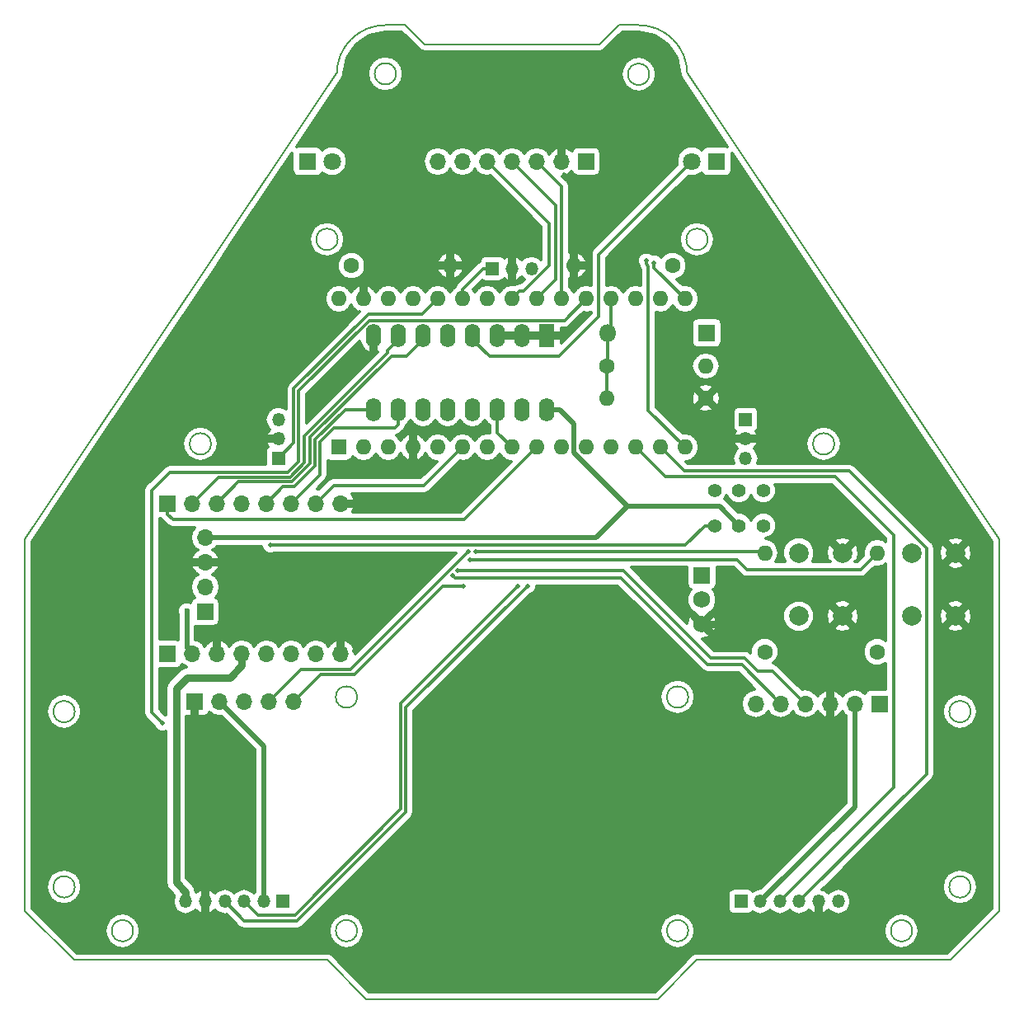
<source format=gbl>
G04 #@! TF.FileFunction,Copper,L2,Bot,Signal*
%FSLAX46Y46*%
G04 Gerber Fmt 4.6, Leading zero omitted, Abs format (unit mm)*
G04 Created by KiCad (PCBNEW 4.0.6) date 08/01/17 14:17:50*
%MOMM*%
%LPD*%
G01*
G04 APERTURE LIST*
%ADD10C,0.100000*%
%ADD11C,0.150000*%
%ADD12R,1.700000X1.700000*%
%ADD13O,1.700000X1.700000*%
%ADD14R,1.600000X1.600000*%
%ADD15O,1.600000X1.600000*%
%ADD16R,1.800000X1.800000*%
%ADD17C,1.800000*%
%ADD18O,1.800000X1.800000*%
%ADD19R,1.750000X1.750000*%
%ADD20C,1.750000*%
%ADD21C,1.600000*%
%ADD22C,1.400000*%
%ADD23R,1.600000X2.400000*%
%ADD24O,1.600000X2.400000*%
%ADD25C,2.000000*%
%ADD26R,1.350000X1.350000*%
%ADD27O,1.350000X1.350000*%
%ADD28C,0.500000*%
%ADD29C,0.600000*%
%ADD30C,0.304800*%
%ADD31C,0.800000*%
%ADD32C,0.500000*%
G04 APERTURE END LIST*
D10*
D11*
X61000000Y100000000D02*
X63000000Y100000000D01*
X37000000Y100000000D02*
X39000000Y100000000D01*
X59000000Y98000000D02*
X61000000Y100000000D01*
X41000000Y98000000D02*
X59000000Y98000000D01*
X39000000Y100000000D02*
X41000000Y98000000D01*
X100000000Y47200000D02*
X68000000Y95000000D01*
X68000000Y95000000D02*
G75*
G03X63000000Y100000000I-5000000J0D01*
G01*
X32000000Y95000000D02*
X0Y47200000D01*
X37000000Y100000000D02*
G75*
G03X32000000Y95000000I0J-5000000D01*
G01*
X83100000Y57000000D02*
G75*
G03X83100000Y57000000I-1100000J0D01*
G01*
X19100000Y57000000D02*
G75*
G03X19100000Y57000000I-1100000J0D01*
G01*
X70100000Y78000000D02*
G75*
G03X70100000Y78000000I-1100000J0D01*
G01*
X32100000Y78000000D02*
G75*
G03X32100000Y78000000I-1100000J0D01*
G01*
X64100000Y94950000D02*
G75*
G03X64100000Y94950000I-1100000J0D01*
G01*
X38100000Y95000000D02*
G75*
G03X38100000Y95000000I-1100000J0D01*
G01*
X34100000Y31000000D02*
G75*
G03X34100000Y31000000I-1100000J0D01*
G01*
X68100000Y31000000D02*
G75*
G03X68100000Y31000000I-1100000J0D01*
G01*
X68100000Y7000000D02*
G75*
G03X68100000Y7000000I-1100000J0D01*
G01*
X34100000Y7000000D02*
G75*
G03X34100000Y7000000I-1100000J0D01*
G01*
X91100000Y7000000D02*
G75*
G03X91100000Y7000000I-1100000J0D01*
G01*
X11100000Y7000000D02*
G75*
G03X11100000Y7000000I-1100000J0D01*
G01*
X95000000Y4000000D02*
X100000000Y9000000D01*
X69000000Y4000000D02*
X95000000Y4000000D01*
X65000000Y0D02*
X69000000Y4000000D01*
X35000000Y0D02*
X65000000Y0D01*
X5000000Y4000000D02*
X0Y9000000D01*
X31000000Y4000000D02*
X5000000Y4000000D01*
X35000000Y0D02*
X31000000Y4000000D01*
X97100000Y29500000D02*
G75*
G03X97100000Y29500000I-1100000J0D01*
G01*
X97100000Y11500000D02*
G75*
G03X97100000Y11500000I-1100000J0D01*
G01*
X5100000Y11500000D02*
G75*
G03X5100000Y11500000I-1100000J0D01*
G01*
X5100000Y29500000D02*
G75*
G03X5100000Y29500000I-1100000J0D01*
G01*
X0Y47200000D02*
X0Y9000000D01*
X100000000Y9000000D02*
X100000000Y47200000D01*
D12*
X14635931Y35430000D03*
D13*
X17175931Y35430000D03*
X19715931Y35430000D03*
X22255931Y35430000D03*
X24795931Y35430000D03*
X27335931Y35430000D03*
X29875931Y35430000D03*
X32415931Y35430000D03*
D14*
X32220000Y56660000D03*
D15*
X65240000Y71900000D03*
X34760000Y56660000D03*
X62700000Y71900000D03*
X37300000Y56660000D03*
X60160000Y71900000D03*
X39840000Y56660000D03*
X57620000Y71900000D03*
X42380000Y56660000D03*
X55080000Y71900000D03*
X44920000Y56660000D03*
X52540000Y71900000D03*
X47460000Y56660000D03*
X50000000Y71900000D03*
X50000000Y56660000D03*
X47460000Y71900000D03*
X52540000Y56660000D03*
X44920000Y71900000D03*
X55080000Y56660000D03*
X42380000Y71900000D03*
X57620000Y56660000D03*
X39840000Y71900000D03*
X60160000Y56660000D03*
X37300000Y71900000D03*
X62700000Y56660000D03*
X34760000Y71900000D03*
X65240000Y56660000D03*
X32220000Y71900000D03*
X67780000Y56660000D03*
X67780000Y71900000D03*
D16*
X29000000Y86000000D03*
D17*
X31540000Y86000000D03*
D16*
X71000000Y86000000D03*
D17*
X68460000Y86000000D03*
D16*
X70000000Y68400000D03*
D18*
X59840000Y68400000D03*
D19*
X69500000Y43500000D03*
D20*
X69500000Y41000000D03*
X69500000Y38500000D03*
D21*
X33500000Y75300000D03*
D15*
X43660000Y75300000D03*
D21*
X66500000Y75300000D03*
D15*
X56340000Y75300000D03*
D21*
X75950000Y35640000D03*
D15*
X75950000Y45800000D03*
D21*
X87500000Y35640000D03*
D15*
X87500000Y45800000D03*
D21*
X59740000Y65000000D03*
D15*
X69900000Y65000000D03*
D21*
X69900000Y61700000D03*
D15*
X59740000Y61700000D03*
D22*
X75800000Y48600000D03*
X75800000Y52200000D03*
X73300000Y48600000D03*
X70800000Y48600000D03*
X70800000Y52200000D03*
X73300000Y52200000D03*
D23*
X53580000Y68120000D03*
D24*
X35800000Y60500000D03*
X51040000Y68120000D03*
X38340000Y60500000D03*
X48500000Y68120000D03*
X40880000Y60500000D03*
X45960000Y68120000D03*
X43420000Y60500000D03*
X43420000Y68120000D03*
X45960000Y60500000D03*
X40880000Y68120000D03*
X48500000Y60500000D03*
X38340000Y68120000D03*
X51040000Y60500000D03*
X35800000Y68120000D03*
X53580000Y60500000D03*
D25*
X83950000Y39300000D03*
X79450000Y39300000D03*
X83950000Y45800000D03*
X79450000Y45800000D03*
X95550000Y39300000D03*
X91050000Y39300000D03*
X95550000Y45800000D03*
X91050000Y45800000D03*
D12*
X14635931Y50880839D03*
D13*
X17175931Y50880839D03*
X19715931Y50880839D03*
X22255931Y50880839D03*
X24795931Y50880839D03*
X27335931Y50880839D03*
X29875931Y50880839D03*
X32415931Y50880839D03*
D12*
X18500000Y39760000D03*
D13*
X18500000Y42300000D03*
X18500000Y44840000D03*
X18500000Y47380000D03*
D12*
X87740000Y30300000D03*
D13*
X85200000Y30300000D03*
X82660000Y30300000D03*
X80120000Y30300000D03*
X77580000Y30300000D03*
X75040000Y30300000D03*
D12*
X17420000Y30500000D03*
D13*
X19960000Y30500000D03*
X22500000Y30500000D03*
X25040000Y30500000D03*
X27580000Y30500000D03*
D26*
X26500000Y10000000D03*
D27*
X24500000Y10000000D03*
X22500000Y10000000D03*
X20500000Y10000000D03*
X18500000Y10000000D03*
X16500000Y10000000D03*
D26*
X73500000Y10000000D03*
D27*
X75500000Y10000000D03*
X77500000Y10000000D03*
X79500000Y10000000D03*
X81500000Y10000000D03*
X83500000Y10000000D03*
D26*
X26000000Y55500000D03*
D27*
X26000000Y57500000D03*
X26000000Y59500000D03*
D26*
X48000000Y75000000D03*
D27*
X50000000Y75000000D03*
X52000000Y75000000D03*
D26*
X74000000Y59500000D03*
D27*
X74000000Y57500000D03*
X74000000Y55500000D03*
D12*
X57620000Y86000000D03*
D13*
X55080000Y86000000D03*
X52540000Y86000000D03*
X50000000Y86000000D03*
X47460000Y86000000D03*
X44920000Y86000000D03*
X42380000Y86000000D03*
D28*
X43924764Y43472826D03*
X44448643Y43996706D03*
D29*
X76300000Y39700000D03*
X60900000Y74800000D03*
X39800000Y51000000D03*
X24000000Y44400000D03*
X32400000Y44400000D03*
X74100000Y11800000D03*
X87700000Y11200000D03*
X93400000Y50500000D03*
X88800000Y56800000D03*
X82100000Y62600000D03*
X77900000Y69200000D03*
X74700000Y78100000D03*
X67300000Y82900000D03*
X63600000Y87700000D03*
X48500000Y80200000D03*
X41400000Y80200000D03*
X38000000Y85700000D03*
X39900000Y90900000D03*
X46500000Y91500000D03*
X55100000Y91500000D03*
X27500000Y73700000D03*
X22300000Y68400000D03*
X15700000Y62300000D03*
X8100000Y50000000D03*
X7200000Y41300000D03*
X10800000Y11600000D03*
X16400000Y6800000D03*
X9100000Y32600000D03*
X14200000Y32600000D03*
X41600000Y9100000D03*
X57700000Y9100000D03*
X48800000Y18000000D03*
X41700000Y25100000D03*
X51800000Y35100000D03*
X60000000Y26900000D03*
X65400000Y21500000D03*
X77000000Y21400000D03*
D28*
X14100000Y28300000D03*
X63800000Y75800000D03*
D29*
X16600000Y39800000D03*
D28*
X64600000Y75600000D03*
X45500000Y45900000D03*
X45000000Y42400000D03*
X25200000Y46600000D03*
X46300000Y45900000D03*
X45700000Y45100000D03*
X51600000Y42400000D03*
X50600000Y42400000D03*
D30*
X61177173Y43222827D02*
X70100000Y34300000D01*
X70100000Y34300000D02*
X73580000Y34300000D01*
X43924764Y43472826D02*
X44174763Y43222827D01*
X44174763Y43222827D02*
X61177173Y43222827D01*
X77580000Y30300000D02*
X73580000Y34300000D01*
X61403294Y43996706D02*
X70400000Y35000000D01*
X70400000Y35000000D02*
X73900000Y35000000D01*
X44448643Y43996706D02*
X61403294Y43996706D01*
X76720000Y33700000D02*
X75200000Y33700000D01*
X80120000Y30300000D02*
X76720000Y33700000D01*
X75200000Y33700000D02*
X73900000Y35000000D01*
X60160000Y71900000D02*
X60160000Y68720000D01*
X60160000Y68720000D02*
X59840000Y68400000D01*
X59740000Y65000000D02*
X59740000Y63868630D01*
X59740000Y63868630D02*
X59740000Y61700000D01*
X59840000Y68400000D02*
X59840000Y65100000D01*
X59840000Y65100000D02*
X59740000Y65000000D01*
D31*
X69500000Y38500000D02*
X75100000Y38500000D01*
X75100000Y38500000D02*
X76300000Y39700000D01*
X32400000Y44400000D02*
X24000000Y44400000D01*
X77000000Y21400000D02*
X77000000Y14700000D01*
X77000000Y14700000D02*
X74100000Y11800000D01*
X88800000Y56800000D02*
X88800000Y55100000D01*
X88800000Y55100000D02*
X93400000Y50500000D01*
X77900000Y69200000D02*
X77900000Y66800000D01*
X77900000Y66800000D02*
X82100000Y62600000D01*
X67300000Y82900000D02*
X69900000Y82900000D01*
X69900000Y82900000D02*
X74700000Y78100000D01*
X55100000Y91500000D02*
X59800000Y91500000D01*
X59800000Y91500000D02*
X63600000Y87700000D01*
X38000000Y85700000D02*
X38000000Y83600000D01*
X38000000Y83600000D02*
X41400000Y80200000D01*
X46500000Y91500000D02*
X40500000Y91500000D01*
X40500000Y91500000D02*
X39900000Y90900000D01*
X55080000Y86000000D02*
X55080000Y91480000D01*
X55080000Y91480000D02*
X55100000Y91500000D01*
X22300000Y68400000D02*
X22300000Y68500000D01*
X22300000Y68500000D02*
X27500000Y73700000D01*
X8100000Y50000000D02*
X8100000Y54700000D01*
X8100000Y54700000D02*
X15700000Y62300000D01*
X9100000Y32600000D02*
X9100000Y39400000D01*
X9100000Y39400000D02*
X7200000Y41300000D01*
X18500000Y10000000D02*
X18500000Y8900000D01*
X18500000Y8900000D02*
X16400000Y6800000D01*
X48800000Y18000000D02*
X57700000Y9100000D01*
X51800000Y35100000D02*
X41800000Y25100000D01*
X41800000Y25100000D02*
X41700000Y25100000D01*
X60000000Y26900000D02*
X51800000Y35100000D01*
X77000000Y21400000D02*
X65500000Y21400000D01*
X65500000Y21400000D02*
X65400000Y21500000D01*
D30*
X13000000Y52200000D02*
X13000000Y29400000D01*
X13000000Y29400000D02*
X14100000Y28300000D01*
X14900000Y54100000D02*
X13000000Y52200000D01*
X27000000Y54100000D02*
X14900000Y54100000D01*
X28100000Y55200000D02*
X27000000Y54100000D01*
X28100000Y62449753D02*
X28100000Y55200000D01*
X55392410Y69672410D02*
X35322657Y69672410D01*
X57620000Y71900000D02*
X55392410Y69672410D01*
X35322657Y69672410D02*
X28100000Y62449753D01*
X52540000Y86000000D02*
X55080000Y83460000D01*
X55080000Y83460000D02*
X55080000Y71900000D01*
X53339999Y72699999D02*
X52540000Y71900000D01*
X54504810Y73864810D02*
X53339999Y72699999D01*
X54504810Y81495190D02*
X54504810Y73864810D01*
X50000000Y86000000D02*
X54504810Y81495190D01*
X53800000Y79660000D02*
X53800000Y75279446D01*
X53800000Y75279446D02*
X51220553Y72699999D01*
X51220553Y72699999D02*
X50799999Y72699999D01*
X50799999Y72699999D02*
X50000000Y71900000D01*
X47460000Y86000000D02*
X53800000Y79660000D01*
X50000000Y56660000D02*
X48500000Y58160000D01*
X48500000Y58160000D02*
X48500000Y60500000D01*
X35241147Y70304810D02*
X27595189Y62658852D01*
X27595189Y62658852D02*
X27595189Y57095189D01*
X40784810Y70304810D02*
X35241147Y70304810D01*
X27595189Y57095189D02*
X26000000Y55500000D01*
X42380000Y71900000D02*
X40784810Y70304810D01*
X48000000Y75000000D02*
X47020200Y75000000D01*
X47020200Y75000000D02*
X44920000Y72899800D01*
X44920000Y72899800D02*
X44920000Y71900000D01*
X64000000Y75246447D02*
X64000000Y60440000D01*
X64000000Y60440000D02*
X67780000Y56660000D01*
X63800000Y75800000D02*
X63800000Y75446447D01*
X63800000Y75446447D02*
X64000000Y75246447D01*
D32*
X16600000Y39800000D02*
X16600000Y36005931D01*
X16600000Y36005931D02*
X17175931Y35430000D01*
X18500000Y47380000D02*
X58609998Y47380000D01*
X58609998Y47380000D02*
X61829998Y50600000D01*
X85200000Y30300000D02*
X85200000Y19700000D01*
X85200000Y19700000D02*
X75500000Y10000000D01*
X61829998Y50600000D02*
X68900000Y50600000D01*
X68900000Y50600000D02*
X71300000Y50600000D01*
X71300000Y50600000D02*
X73300000Y48600000D01*
X53580000Y60500000D02*
X54880000Y60500000D01*
X54880000Y60500000D02*
X56330001Y59049999D01*
X56330001Y59049999D02*
X56330001Y56099997D01*
X56330001Y56099997D02*
X61829998Y50600000D01*
X24500000Y10000000D02*
X24500000Y25960000D01*
X24500000Y25960000D02*
X19960000Y30500000D01*
D30*
X64600000Y75600000D02*
X64600000Y75080000D01*
X64600000Y75080000D02*
X67780000Y71900000D01*
X45080000Y49200000D02*
X15161970Y49200000D01*
X15161970Y49200000D02*
X14635931Y49726039D01*
X14635931Y49726039D02*
X14635931Y50880839D01*
X52540000Y56660000D02*
X45080000Y49200000D01*
X40960000Y52700000D02*
X31695092Y52700000D01*
X31695092Y52700000D02*
X29875931Y50880839D01*
X44920000Y56660000D02*
X40960000Y52700000D01*
X25889999Y31349999D02*
X25040000Y30500000D01*
X28344811Y33804811D02*
X25889999Y31349999D01*
X33404811Y33804811D02*
X28344811Y33804811D01*
X45500000Y45900000D02*
X33404811Y33804811D01*
X33800000Y33300000D02*
X30380000Y33300000D01*
X30380000Y33300000D02*
X27580000Y30500000D01*
X42900000Y42400000D02*
X33800000Y33300000D01*
X45000000Y42400000D02*
X42900000Y42400000D01*
X68460000Y86000000D02*
X58900000Y76440000D01*
X58900000Y76440000D02*
X58900000Y70100000D01*
X58900000Y70100000D02*
X54800000Y66000000D01*
X54800000Y66000000D02*
X47680000Y66000000D01*
X47680000Y66000000D02*
X45960000Y67720000D01*
X45960000Y67720000D02*
X45960000Y68120000D01*
D31*
X22255931Y35430000D02*
X22255931Y34227919D01*
X22255931Y34227919D02*
X21028012Y33000000D01*
X21028012Y33000000D02*
X16600000Y33000000D01*
X16600000Y33000000D02*
X15500000Y31900000D01*
X15500000Y31900000D02*
X15500000Y11954594D01*
X15500000Y11954594D02*
X16500000Y10954594D01*
X16500000Y10954594D02*
X16500000Y10000000D01*
D30*
X28700000Y57786090D02*
X37235200Y66321290D01*
X17175931Y50880839D02*
X19890282Y53595190D01*
X38340000Y67720000D02*
X38340000Y68120000D01*
X37235200Y66615200D02*
X38340000Y67720000D01*
X37235200Y66321290D02*
X37235200Y66615200D01*
X28700000Y55086090D02*
X28700000Y57786090D01*
X19890282Y53595190D02*
X27209100Y53595190D01*
X27209100Y53595190D02*
X28700000Y55086090D01*
X29290380Y54962560D02*
X29290380Y57662560D01*
X29290380Y57662560D02*
X37627820Y66000000D01*
X40880000Y67720000D02*
X40880000Y68120000D01*
X21925471Y53090379D02*
X27418200Y53090380D01*
X37627820Y66000000D02*
X39160000Y66000000D01*
X27418200Y53090380D02*
X29290380Y54962560D01*
X19715931Y50880839D02*
X21925471Y53090379D01*
X39160000Y66000000D02*
X40880000Y67720000D01*
X67810051Y46600000D02*
X25200000Y46600000D01*
X70800000Y48600000D02*
X69810051Y48600000D01*
X69810051Y48600000D02*
X67810051Y46600000D01*
X34695200Y60500000D02*
X35800000Y60500000D01*
X29795191Y57409101D02*
X32886090Y60500000D01*
X26500661Y52585569D02*
X27627300Y52585570D01*
X24795931Y50880839D02*
X26500661Y52585569D01*
X32886090Y60500000D02*
X34695200Y60500000D01*
X27627300Y52585570D02*
X29795191Y54753461D01*
X29795191Y54753461D02*
X29795191Y57409101D01*
X30300000Y57200000D02*
X30300000Y53844908D01*
X30300000Y53844908D02*
X27335931Y50880839D01*
X31700000Y58600000D02*
X30300000Y57200000D01*
X37944800Y58600000D02*
X31700000Y58600000D01*
X38340000Y60500000D02*
X38340000Y58995200D01*
X38340000Y58995200D02*
X37944800Y58600000D01*
X46300000Y45900000D02*
X75850000Y45900000D01*
X75850000Y45900000D02*
X75950000Y45800000D01*
X45700000Y45100000D02*
X73100000Y45100000D01*
X73100000Y45100000D02*
X74100000Y44100000D01*
X74100000Y44100000D02*
X85800000Y44100000D01*
X85800000Y44100000D02*
X87500000Y45800000D01*
X27900000Y8000000D02*
X22500000Y8000000D01*
X22500000Y8000000D02*
X20500000Y10000000D01*
X39100000Y19200000D02*
X27900000Y8000000D01*
X39100000Y29900000D02*
X39100000Y19200000D01*
X51600000Y42400000D02*
X39100000Y29900000D01*
X23174999Y9325001D02*
X22500000Y10000000D01*
X23900000Y8600000D02*
X23174999Y9325001D01*
X27700000Y8600000D02*
X23900000Y8600000D01*
X38595189Y19495189D02*
X27700000Y8600000D01*
X38595189Y30395189D02*
X38595189Y19495189D01*
X50600000Y42400000D02*
X38595189Y30395189D01*
X89200000Y47600000D02*
X89200000Y21700000D01*
X89200000Y21700000D02*
X77500000Y10000000D01*
X83200000Y53600000D02*
X89200000Y47600000D01*
X65760000Y53600000D02*
X83200000Y53600000D01*
X62700000Y56660000D02*
X65760000Y53600000D01*
X65240000Y56660000D02*
X67700000Y54200000D01*
X67700000Y54200000D02*
X84651554Y54200000D01*
X84651554Y54200000D02*
X92600000Y46251554D01*
X92600000Y46251554D02*
X92600000Y23100000D01*
X92600000Y23100000D02*
X79500000Y10000000D01*
G36*
X40479994Y97479994D02*
X40718574Y97320579D01*
X40765266Y97311292D01*
X41000000Y97264600D01*
X59000000Y97264600D01*
X59281426Y97320579D01*
X59520006Y97479994D01*
X61304612Y99264600D01*
X62927567Y99264600D01*
X64626479Y98926666D01*
X66005340Y98005340D01*
X66926666Y96626478D01*
X67278730Y94856531D01*
X67278858Y94856223D01*
X67278858Y94855894D01*
X67333582Y94724107D01*
X67388537Y94591434D01*
X67388771Y94591200D01*
X67388898Y94590894D01*
X72116146Y87529567D01*
X71900000Y87573338D01*
X70100000Y87573338D01*
X69855270Y87527289D01*
X69630501Y87382654D01*
X69489937Y87176931D01*
X69345050Y87322071D01*
X68771744Y87560129D01*
X68150979Y87560670D01*
X67577259Y87323614D01*
X67137929Y86885050D01*
X66899871Y86311744D01*
X66899330Y85690979D01*
X66929204Y85618677D01*
X58325264Y77014736D01*
X58149071Y76751045D01*
X58087200Y76440000D01*
X58087200Y73296079D01*
X57620000Y73389011D01*
X57061129Y73277845D01*
X56587341Y72961270D01*
X56350000Y72606064D01*
X56112659Y72961270D01*
X55892800Y73108175D01*
X55892800Y73928184D01*
X56092400Y74025823D01*
X56092400Y75052400D01*
X56587600Y75052400D01*
X56587600Y74025823D01*
X56809704Y73917176D01*
X57303134Y74202185D01*
X57649935Y74654327D01*
X57722805Y74830299D01*
X57611415Y75052400D01*
X56587600Y75052400D01*
X56092400Y75052400D01*
X56072400Y75052400D01*
X56072400Y75547600D01*
X56092400Y75547600D01*
X56092400Y76574177D01*
X56587600Y76574177D01*
X56587600Y75547600D01*
X57611415Y75547600D01*
X57722805Y75769701D01*
X57649935Y75945673D01*
X57303134Y76397815D01*
X56809704Y76682824D01*
X56587600Y76574177D01*
X56092400Y76574177D01*
X55892800Y76671816D01*
X55892800Y83460000D01*
X55830929Y83771045D01*
X55654736Y84034737D01*
X55199873Y84489600D01*
X55327602Y84489600D01*
X55327602Y84677680D01*
X55557634Y84567110D01*
X55755480Y84649039D01*
X56135438Y84943925D01*
X56142711Y84905270D01*
X56287346Y84680501D01*
X56508034Y84529712D01*
X56770000Y84476662D01*
X58470000Y84476662D01*
X58714730Y84522711D01*
X58939499Y84667346D01*
X59090288Y84888034D01*
X59143338Y85150000D01*
X59143338Y86850000D01*
X59097289Y87094730D01*
X58952654Y87319499D01*
X58731966Y87470288D01*
X58470000Y87523338D01*
X56770000Y87523338D01*
X56525270Y87477289D01*
X56300501Y87332654D01*
X56149712Y87111966D01*
X56137992Y87054093D01*
X55755480Y87350961D01*
X55557634Y87432890D01*
X55327600Y87322319D01*
X55327600Y86247600D01*
X55347600Y86247600D01*
X55347600Y85752400D01*
X55327600Y85752400D01*
X55327600Y85732400D01*
X54832400Y85732400D01*
X54832400Y85752400D01*
X54812400Y85752400D01*
X54812400Y86247600D01*
X54832400Y86247600D01*
X54832400Y87322319D01*
X54602366Y87432890D01*
X54404520Y87350961D01*
X53938948Y86989630D01*
X53819809Y86780630D01*
X53608014Y87097604D01*
X53118005Y87425018D01*
X52540000Y87539990D01*
X51961995Y87425018D01*
X51471986Y87097604D01*
X51270000Y86795311D01*
X51068014Y87097604D01*
X50578005Y87425018D01*
X50000000Y87539990D01*
X49421995Y87425018D01*
X48931986Y87097604D01*
X48730000Y86795311D01*
X48528014Y87097604D01*
X48038005Y87425018D01*
X47460000Y87539990D01*
X46881995Y87425018D01*
X46391986Y87097604D01*
X46190000Y86795311D01*
X45988014Y87097604D01*
X45498005Y87425018D01*
X44920000Y87539990D01*
X44341995Y87425018D01*
X43851986Y87097604D01*
X43650000Y86795311D01*
X43448014Y87097604D01*
X42958005Y87425018D01*
X42380000Y87539990D01*
X41801995Y87425018D01*
X41311986Y87097604D01*
X40984572Y86607595D01*
X40869600Y86029590D01*
X40869600Y85970410D01*
X40984572Y85392405D01*
X41311986Y84902396D01*
X41801995Y84574982D01*
X42380000Y84460010D01*
X42958005Y84574982D01*
X43448014Y84902396D01*
X43650000Y85204689D01*
X43851986Y84902396D01*
X44341995Y84574982D01*
X44920000Y84460010D01*
X45498005Y84574982D01*
X45988014Y84902396D01*
X46190000Y85204689D01*
X46391986Y84902396D01*
X46881995Y84574982D01*
X47460000Y84460010D01*
X47785727Y84524801D01*
X52987200Y79323328D01*
X52987200Y75906183D01*
X52944270Y75970432D01*
X52511035Y76259911D01*
X52000000Y76361562D01*
X51488965Y76259911D01*
X51055730Y75970432D01*
X50997554Y75883366D01*
X50989520Y75896771D01*
X50571018Y76207181D01*
X50449832Y76257356D01*
X50247600Y76143808D01*
X50247600Y75247600D01*
X50267600Y75247600D01*
X50267600Y74752400D01*
X50247600Y74752400D01*
X50247600Y73856192D01*
X50449832Y73742644D01*
X50571018Y73792819D01*
X50989520Y74103229D01*
X50997554Y74116634D01*
X51055730Y74029568D01*
X51262494Y73891412D01*
X50883881Y73512799D01*
X50799999Y73512799D01*
X50488954Y73450928D01*
X50305379Y73328267D01*
X50000000Y73389011D01*
X49441129Y73277845D01*
X48967341Y72961270D01*
X48730000Y72606064D01*
X48492659Y72961270D01*
X48018871Y73277845D01*
X47460000Y73389011D01*
X46901129Y73277845D01*
X46427341Y72961270D01*
X46190000Y72606064D01*
X46024069Y72854397D01*
X46950961Y73781288D01*
X47063034Y73704712D01*
X47325000Y73651662D01*
X48675000Y73651662D01*
X48919730Y73697711D01*
X49144499Y73842346D01*
X49217723Y73949513D01*
X49428982Y73792819D01*
X49550168Y73742644D01*
X49752400Y73856192D01*
X49752400Y74752400D01*
X49732400Y74752400D01*
X49732400Y75247600D01*
X49752400Y75247600D01*
X49752400Y76143808D01*
X49550168Y76257356D01*
X49428982Y76207181D01*
X49218012Y76050701D01*
X49157654Y76144499D01*
X48936966Y76295288D01*
X48675000Y76348338D01*
X47325000Y76348338D01*
X47080270Y76302289D01*
X46855501Y76157654D01*
X46704712Y75936966D01*
X46660448Y75718384D01*
X46445463Y75574736D01*
X44345264Y73474536D01*
X44169071Y73210845D01*
X44155002Y73140115D01*
X43887341Y72961270D01*
X43650000Y72606064D01*
X43412659Y72961270D01*
X42938871Y73277845D01*
X42380000Y73389011D01*
X41821129Y73277845D01*
X41347341Y72961270D01*
X41110000Y72606064D01*
X40872659Y72961270D01*
X40398871Y73277845D01*
X39840000Y73389011D01*
X39281129Y73277845D01*
X38807341Y72961270D01*
X38570000Y72606064D01*
X38332659Y72961270D01*
X37858871Y73277845D01*
X37300000Y73389011D01*
X36741129Y73277845D01*
X36267341Y72961270D01*
X36017289Y72587040D01*
X35857815Y72863134D01*
X35405673Y73209935D01*
X35229701Y73282805D01*
X35007600Y73171415D01*
X35007600Y72147600D01*
X35027600Y72147600D01*
X35027600Y71652400D01*
X35007600Y71652400D01*
X35007600Y71632400D01*
X34512400Y71632400D01*
X34512400Y71652400D01*
X34492400Y71652400D01*
X34492400Y72147600D01*
X34512400Y72147600D01*
X34512400Y73171415D01*
X34290299Y73282805D01*
X34114327Y73209935D01*
X33662185Y72863134D01*
X33502711Y72587040D01*
X33252659Y72961270D01*
X32778871Y73277845D01*
X32220000Y73389011D01*
X31661129Y73277845D01*
X31187341Y72961270D01*
X30870766Y72487482D01*
X30759600Y71928611D01*
X30759600Y71871389D01*
X30870766Y71312518D01*
X31187341Y70838730D01*
X31661129Y70522155D01*
X32220000Y70410989D01*
X32778871Y70522155D01*
X33252659Y70838730D01*
X33502711Y71212960D01*
X33662185Y70936866D01*
X34114327Y70590065D01*
X34290299Y70517195D01*
X34317903Y70531039D01*
X27020453Y63233588D01*
X26844260Y62969897D01*
X26782389Y62658852D01*
X26782389Y60569917D01*
X26537197Y60733749D01*
X26026162Y60835400D01*
X25973838Y60835400D01*
X25462803Y60733749D01*
X25029568Y60444270D01*
X24740089Y60011035D01*
X24638438Y59500000D01*
X24740089Y58988965D01*
X25029568Y58555730D01*
X25116634Y58497554D01*
X25103229Y58489520D01*
X24792819Y58071018D01*
X24742644Y57949832D01*
X24856192Y57747600D01*
X25752400Y57747600D01*
X25752400Y57767600D01*
X26247600Y57767600D01*
X26247600Y57747600D01*
X26267600Y57747600D01*
X26267600Y57252400D01*
X26247600Y57252400D01*
X26247600Y57232400D01*
X25752400Y57232400D01*
X25752400Y57252400D01*
X24856192Y57252400D01*
X24742644Y57050168D01*
X24792819Y56928982D01*
X24949299Y56718012D01*
X24855501Y56657654D01*
X24704712Y56436966D01*
X24651662Y56175000D01*
X24651662Y54912800D01*
X14900000Y54912800D01*
X14588955Y54850929D01*
X14325264Y54674737D01*
X12425264Y52774736D01*
X12249071Y52511045D01*
X12187200Y52200000D01*
X12187200Y29400000D01*
X12248835Y29090140D01*
X12249071Y29088955D01*
X12425264Y28825264D01*
X13230717Y28019811D01*
X13327750Y27784973D01*
X13583626Y27528650D01*
X13918116Y27389758D01*
X14280295Y27389442D01*
X14439600Y27455265D01*
X14439600Y11954594D01*
X14520318Y11548796D01*
X14725187Y11242189D01*
X14750184Y11204778D01*
X15326939Y10628023D01*
X15266251Y10537197D01*
X15164600Y10026162D01*
X15164600Y9973838D01*
X15266251Y9462803D01*
X15555730Y9029568D01*
X15988965Y8740089D01*
X16500000Y8638438D01*
X17011035Y8740089D01*
X17444270Y9029568D01*
X17502446Y9116634D01*
X17510480Y9103229D01*
X17928982Y8792819D01*
X18050168Y8742644D01*
X18252400Y8856192D01*
X18252400Y9752400D01*
X18232400Y9752400D01*
X18232400Y10247600D01*
X18252400Y10247600D01*
X18252400Y11143808D01*
X18050168Y11257356D01*
X17928982Y11207181D01*
X17560400Y10933798D01*
X17560400Y10954594D01*
X17518915Y11163154D01*
X17479683Y11360391D01*
X17249816Y11704410D01*
X16560400Y12393826D01*
X16560400Y28989600D01*
X17007300Y28989600D01*
X17172400Y29154700D01*
X17172400Y30252400D01*
X17152400Y30252400D01*
X17152400Y30747600D01*
X17172400Y30747600D01*
X17172400Y30767600D01*
X17667600Y30767600D01*
X17667600Y30747600D01*
X17687600Y30747600D01*
X17687600Y30252400D01*
X17667600Y30252400D01*
X17667600Y29154700D01*
X17832700Y28989600D01*
X18401361Y28989600D01*
X18644086Y29090140D01*
X18829860Y29275913D01*
X18885976Y29411390D01*
X18891986Y29402396D01*
X19381995Y29074982D01*
X19960000Y28960010D01*
X20170599Y29001901D01*
X23589600Y25582900D01*
X23589600Y10993063D01*
X23555730Y10970432D01*
X23500000Y10887026D01*
X23444270Y10970432D01*
X23011035Y11259911D01*
X22500000Y11361562D01*
X21988965Y11259911D01*
X21555730Y10970432D01*
X21500000Y10887026D01*
X21444270Y10970432D01*
X21011035Y11259911D01*
X20500000Y11361562D01*
X19988965Y11259911D01*
X19555730Y10970432D01*
X19497554Y10883366D01*
X19489520Y10896771D01*
X19071018Y11207181D01*
X18949832Y11257356D01*
X18747600Y11143808D01*
X18747600Y10247600D01*
X18767600Y10247600D01*
X18767600Y9752400D01*
X18747600Y9752400D01*
X18747600Y8856192D01*
X18949832Y8742644D01*
X19071018Y8792819D01*
X19489520Y9103229D01*
X19497554Y9116634D01*
X19555730Y9029568D01*
X19988965Y8740089D01*
X20500000Y8638438D01*
X20676902Y8673626D01*
X21925264Y7425264D01*
X22188955Y7249071D01*
X22500000Y7187200D01*
X27900000Y7187200D01*
X28211045Y7249071D01*
X28474736Y7425264D01*
X39674736Y18625264D01*
X39850929Y18888955D01*
X39912800Y19200000D01*
X39912800Y29563328D01*
X41349472Y31000000D01*
X65164600Y31000000D01*
X65304312Y30297623D01*
X65702176Y29702176D01*
X66297623Y29304312D01*
X67000000Y29164600D01*
X67702377Y29304312D01*
X68297824Y29702176D01*
X68695688Y30297623D01*
X68835400Y31000000D01*
X68695688Y31702377D01*
X68297824Y32297824D01*
X67702377Y32695688D01*
X67000000Y32835400D01*
X66297623Y32695688D01*
X65702176Y32297824D01*
X65304312Y31702377D01*
X65164600Y31000000D01*
X41349472Y31000000D01*
X51880191Y41530718D01*
X52115027Y41627750D01*
X52371350Y41883626D01*
X52510242Y42218116D01*
X52510409Y42410027D01*
X60840501Y42410027D01*
X69525264Y33725264D01*
X69788955Y33549071D01*
X70100000Y33487200D01*
X73243328Y33487200D01*
X74915335Y31815193D01*
X74461995Y31725018D01*
X73971986Y31397604D01*
X73644572Y30907595D01*
X73529600Y30329590D01*
X73529600Y30270410D01*
X73644572Y29692405D01*
X73971986Y29202396D01*
X74461995Y28874982D01*
X75040000Y28760010D01*
X75618005Y28874982D01*
X76108014Y29202396D01*
X76310000Y29504689D01*
X76511986Y29202396D01*
X77001995Y28874982D01*
X77580000Y28760010D01*
X78158005Y28874982D01*
X78648014Y29202396D01*
X78850000Y29504689D01*
X79051986Y29202396D01*
X79541995Y28874982D01*
X80120000Y28760010D01*
X80698005Y28874982D01*
X81188014Y29202396D01*
X81399809Y29519370D01*
X81518948Y29310370D01*
X81984520Y28949039D01*
X82182366Y28867110D01*
X82412400Y28977681D01*
X82412400Y30052400D01*
X82392400Y30052400D01*
X82392400Y30547600D01*
X82412400Y30547600D01*
X82412400Y31622319D01*
X82182366Y31732890D01*
X81984520Y31650961D01*
X81518948Y31289630D01*
X81399809Y31080630D01*
X81188014Y31397604D01*
X80698005Y31725018D01*
X80120000Y31839990D01*
X79794273Y31775199D01*
X77294736Y34274736D01*
X77031045Y34450929D01*
X76860047Y34484943D01*
X77187345Y34811670D01*
X77410146Y35348234D01*
X77410653Y35929217D01*
X77188789Y36466169D01*
X76778330Y36877345D01*
X76241766Y37100146D01*
X75660783Y37100653D01*
X75123831Y36878789D01*
X74712655Y36468330D01*
X74489854Y35931766D01*
X74489530Y35559942D01*
X74474736Y35574736D01*
X74211045Y35750929D01*
X73900000Y35812800D01*
X70736673Y35812800D01*
X69585625Y36963848D01*
X69986364Y37011989D01*
X70208271Y37103906D01*
X70299538Y37350303D01*
X69500000Y38149841D01*
X69485858Y38135698D01*
X69135699Y38485857D01*
X69149841Y38500000D01*
X69850159Y38500000D01*
X70649697Y37700462D01*
X70896094Y37791729D01*
X71060866Y38379905D01*
X70989836Y38971175D01*
X77789313Y38971175D01*
X78041561Y38360688D01*
X78508231Y37893202D01*
X79118277Y37639889D01*
X79778825Y37639313D01*
X80389312Y37891561D01*
X80556907Y38058864D01*
X83059023Y38058864D01*
X83165934Y37799584D01*
X83799802Y37613747D01*
X84456536Y37684627D01*
X84734066Y37799584D01*
X84840977Y38058864D01*
X83950000Y38949841D01*
X83059023Y38058864D01*
X80556907Y38058864D01*
X80856798Y38358231D01*
X81110111Y38968277D01*
X81110531Y39450198D01*
X82263747Y39450198D01*
X82334627Y38793464D01*
X82449584Y38515934D01*
X82708864Y38409023D01*
X83599841Y39300000D01*
X84300159Y39300000D01*
X85191136Y38409023D01*
X85450416Y38515934D01*
X85636253Y39149802D01*
X85565373Y39806536D01*
X85450416Y40084066D01*
X85191136Y40190977D01*
X84300159Y39300000D01*
X83599841Y39300000D01*
X82708864Y40190977D01*
X82449584Y40084066D01*
X82263747Y39450198D01*
X81110531Y39450198D01*
X81110687Y39628825D01*
X80858439Y40239312D01*
X80557142Y40541136D01*
X83059023Y40541136D01*
X83950000Y39650159D01*
X84840977Y40541136D01*
X84734066Y40800416D01*
X84100198Y40986253D01*
X83443464Y40915373D01*
X83165934Y40800416D01*
X83059023Y40541136D01*
X80557142Y40541136D01*
X80391769Y40706798D01*
X79781723Y40960111D01*
X79121175Y40960687D01*
X78510688Y40708439D01*
X78043202Y40241769D01*
X77789889Y39631723D01*
X77789313Y38971175D01*
X70989836Y38971175D01*
X70988011Y38986364D01*
X70896094Y39208271D01*
X70649697Y39299538D01*
X69850159Y38500000D01*
X69149841Y38500000D01*
X68350303Y39299538D01*
X68103906Y39208271D01*
X67939134Y38620095D01*
X67940466Y38609007D01*
X62262272Y44287200D01*
X67951662Y44287200D01*
X67951662Y42625000D01*
X67997711Y42380270D01*
X68142346Y42155501D01*
X68345314Y42016819D01*
X68199110Y41870870D01*
X67964867Y41306750D01*
X67964334Y40695930D01*
X68197592Y40131402D01*
X68629130Y39699110D01*
X68706816Y39666852D01*
X68700462Y39649697D01*
X69500000Y38850159D01*
X70299538Y39649697D01*
X70293319Y39666487D01*
X70368598Y39697592D01*
X70800890Y40129130D01*
X71035133Y40693250D01*
X71035666Y41304070D01*
X70802408Y41868598D01*
X70652482Y42018786D01*
X70844499Y42142346D01*
X70995288Y42363034D01*
X71048338Y42625000D01*
X71048338Y44287200D01*
X72763328Y44287200D01*
X73525264Y43525263D01*
X73679854Y43421970D01*
X73788955Y43349071D01*
X74100000Y43287200D01*
X85800000Y43287200D01*
X86111045Y43349071D01*
X86374736Y43525264D01*
X87216794Y44367322D01*
X87500000Y44310989D01*
X88058871Y44422155D01*
X88387200Y44641537D01*
X88387200Y36818372D01*
X88328330Y36877345D01*
X87791766Y37100146D01*
X87210783Y37100653D01*
X86673831Y36878789D01*
X86262655Y36468330D01*
X86039854Y35931766D01*
X86039347Y35350783D01*
X86261211Y34813831D01*
X86671670Y34402655D01*
X87208234Y34179854D01*
X87789217Y34179347D01*
X88326169Y34401211D01*
X88387200Y34462136D01*
X88387200Y31823338D01*
X86890000Y31823338D01*
X86645270Y31777289D01*
X86420501Y31632654D01*
X86269712Y31411966D01*
X86266948Y31398316D01*
X85778005Y31725018D01*
X85200000Y31839990D01*
X84621995Y31725018D01*
X84131986Y31397604D01*
X83920191Y31080630D01*
X83801052Y31289630D01*
X83335480Y31650961D01*
X83137634Y31732890D01*
X82907600Y31622319D01*
X82907600Y30547600D01*
X82927600Y30547600D01*
X82927600Y30052400D01*
X82907600Y30052400D01*
X82907600Y28977681D01*
X83137634Y28867110D01*
X83335480Y28949039D01*
X83801052Y29310370D01*
X83920191Y29519370D01*
X84131986Y29202396D01*
X84289600Y29097082D01*
X84289600Y20077100D01*
X75561774Y11349274D01*
X75500000Y11361562D01*
X74988965Y11259911D01*
X74705338Y11070397D01*
X74657654Y11144499D01*
X74436966Y11295288D01*
X74175000Y11348338D01*
X72825000Y11348338D01*
X72580270Y11302289D01*
X72355501Y11157654D01*
X72204712Y10936966D01*
X72151662Y10675000D01*
X72151662Y9325000D01*
X72197711Y9080270D01*
X72342346Y8855501D01*
X72563034Y8704712D01*
X72825000Y8651662D01*
X74175000Y8651662D01*
X74419730Y8697711D01*
X74644499Y8842346D01*
X74704501Y8930162D01*
X74988965Y8740089D01*
X75500000Y8638438D01*
X76011035Y8740089D01*
X76444270Y9029568D01*
X76500000Y9112974D01*
X76555730Y9029568D01*
X76988965Y8740089D01*
X77500000Y8638438D01*
X78011035Y8740089D01*
X78444270Y9029568D01*
X78500000Y9112974D01*
X78555730Y9029568D01*
X78988965Y8740089D01*
X79500000Y8638438D01*
X80011035Y8740089D01*
X80444270Y9029568D01*
X80502446Y9116634D01*
X80510480Y9103229D01*
X80928982Y8792819D01*
X81050168Y8742644D01*
X81252400Y8856192D01*
X81252400Y9752400D01*
X81232400Y9752400D01*
X81232400Y10247600D01*
X81252400Y10247600D01*
X81252400Y10267600D01*
X81747600Y10267600D01*
X81747600Y10247600D01*
X81767600Y10247600D01*
X81767600Y9752400D01*
X81747600Y9752400D01*
X81747600Y8856192D01*
X81949832Y8742644D01*
X82071018Y8792819D01*
X82489520Y9103229D01*
X82497554Y9116634D01*
X82555730Y9029568D01*
X82988965Y8740089D01*
X83500000Y8638438D01*
X84011035Y8740089D01*
X84444270Y9029568D01*
X84733749Y9462803D01*
X84835400Y9973838D01*
X84835400Y10026162D01*
X84733749Y10537197D01*
X84444270Y10970432D01*
X84011035Y11259911D01*
X83500000Y11361562D01*
X82988965Y11259911D01*
X82555730Y10970432D01*
X82497554Y10883366D01*
X82489520Y10896771D01*
X82071018Y11207181D01*
X81949832Y11257356D01*
X81851767Y11202295D01*
X82149472Y11500000D01*
X94164600Y11500000D01*
X94304312Y10797623D01*
X94702176Y10202176D01*
X95297623Y9804312D01*
X96000000Y9664600D01*
X96702377Y9804312D01*
X97297824Y10202176D01*
X97695688Y10797623D01*
X97835400Y11500000D01*
X97695688Y12202377D01*
X97297824Y12797824D01*
X96702377Y13195688D01*
X96000000Y13335400D01*
X95297623Y13195688D01*
X94702176Y12797824D01*
X94304312Y12202377D01*
X94164600Y11500000D01*
X82149472Y11500000D01*
X93174737Y22525264D01*
X93350929Y22788955D01*
X93412800Y23100000D01*
X93412800Y29500000D01*
X94164600Y29500000D01*
X94304312Y28797623D01*
X94702176Y28202176D01*
X95297623Y27804312D01*
X96000000Y27664600D01*
X96702377Y27804312D01*
X97297824Y28202176D01*
X97695688Y28797623D01*
X97835400Y29500000D01*
X97695688Y30202377D01*
X97297824Y30797824D01*
X96702377Y31195688D01*
X96000000Y31335400D01*
X95297623Y31195688D01*
X94702176Y30797824D01*
X94304312Y30202377D01*
X94164600Y29500000D01*
X93412800Y29500000D01*
X93412800Y38058864D01*
X94659023Y38058864D01*
X94765934Y37799584D01*
X95399802Y37613747D01*
X96056536Y37684627D01*
X96334066Y37799584D01*
X96440977Y38058864D01*
X95550000Y38949841D01*
X94659023Y38058864D01*
X93412800Y38058864D01*
X93412800Y39450198D01*
X93863747Y39450198D01*
X93934627Y38793464D01*
X94049584Y38515934D01*
X94308864Y38409023D01*
X95199841Y39300000D01*
X95900159Y39300000D01*
X96791136Y38409023D01*
X97050416Y38515934D01*
X97236253Y39149802D01*
X97165373Y39806536D01*
X97050416Y40084066D01*
X96791136Y40190977D01*
X95900159Y39300000D01*
X95199841Y39300000D01*
X94308864Y40190977D01*
X94049584Y40084066D01*
X93863747Y39450198D01*
X93412800Y39450198D01*
X93412800Y40541136D01*
X94659023Y40541136D01*
X95550000Y39650159D01*
X96440977Y40541136D01*
X96334066Y40800416D01*
X95700198Y40986253D01*
X95043464Y40915373D01*
X94765934Y40800416D01*
X94659023Y40541136D01*
X93412800Y40541136D01*
X93412800Y44558864D01*
X94659023Y44558864D01*
X94765934Y44299584D01*
X95399802Y44113747D01*
X96056536Y44184627D01*
X96334066Y44299584D01*
X96440977Y44558864D01*
X95550000Y45449841D01*
X94659023Y44558864D01*
X93412800Y44558864D01*
X93412800Y45950198D01*
X93863747Y45950198D01*
X93934627Y45293464D01*
X94049584Y45015934D01*
X94308864Y44909023D01*
X95199841Y45800000D01*
X95900159Y45800000D01*
X96791136Y44909023D01*
X97050416Y45015934D01*
X97236253Y45649802D01*
X97165373Y46306536D01*
X97050416Y46584066D01*
X96791136Y46690977D01*
X95900159Y45800000D01*
X95199841Y45800000D01*
X94308864Y46690977D01*
X94049584Y46584066D01*
X93863747Y45950198D01*
X93412800Y45950198D01*
X93412800Y46251554D01*
X93350929Y46562599D01*
X93174736Y46826290D01*
X92959890Y47041136D01*
X94659023Y47041136D01*
X95550000Y46150159D01*
X96440977Y47041136D01*
X96334066Y47300416D01*
X95700198Y47486253D01*
X95043464Y47415373D01*
X94765934Y47300416D01*
X94659023Y47041136D01*
X92959890Y47041136D01*
X85226290Y54774736D01*
X84962599Y54950929D01*
X84651554Y55012800D01*
X75264652Y55012800D01*
X75361562Y55500000D01*
X75259911Y56011035D01*
X74970432Y56444270D01*
X74883366Y56502446D01*
X74896771Y56510480D01*
X75207181Y56928982D01*
X75236584Y57000000D01*
X80164600Y57000000D01*
X80304312Y56297623D01*
X80702176Y55702176D01*
X81297623Y55304312D01*
X82000000Y55164600D01*
X82702377Y55304312D01*
X83297824Y55702176D01*
X83695688Y56297623D01*
X83835400Y57000000D01*
X83695688Y57702377D01*
X83297824Y58297824D01*
X82702377Y58695688D01*
X82000000Y58835400D01*
X81297623Y58695688D01*
X80702176Y58297824D01*
X80304312Y57702377D01*
X80164600Y57000000D01*
X75236584Y57000000D01*
X75257356Y57050168D01*
X75143808Y57252400D01*
X74247600Y57252400D01*
X74247600Y57232400D01*
X73752400Y57232400D01*
X73752400Y57252400D01*
X72856192Y57252400D01*
X72742644Y57050168D01*
X72792819Y56928982D01*
X73103229Y56510480D01*
X73116634Y56502446D01*
X73029568Y56444270D01*
X72740089Y56011035D01*
X72638438Y55500000D01*
X72735348Y55012800D01*
X68036673Y55012800D01*
X67862144Y55187328D01*
X68338871Y55282155D01*
X68812659Y55598730D01*
X69129234Y56072518D01*
X69240400Y56631389D01*
X69240400Y56688611D01*
X69129234Y57247482D01*
X68812659Y57721270D01*
X68338871Y58037845D01*
X67780000Y58149011D01*
X67496795Y58092678D01*
X65414473Y60175000D01*
X72651662Y60175000D01*
X72651662Y58825000D01*
X72697711Y58580270D01*
X72842346Y58355501D01*
X72949513Y58282277D01*
X72792819Y58071018D01*
X72742644Y57949832D01*
X72856192Y57747600D01*
X73752400Y57747600D01*
X73752400Y57767600D01*
X74247600Y57767600D01*
X74247600Y57747600D01*
X75143808Y57747600D01*
X75257356Y57949832D01*
X75207181Y58071018D01*
X75050701Y58281988D01*
X75144499Y58342346D01*
X75295288Y58563034D01*
X75348338Y58825000D01*
X75348338Y60175000D01*
X75302289Y60419730D01*
X75157654Y60644499D01*
X74936966Y60795288D01*
X74675000Y60848338D01*
X73325000Y60848338D01*
X73080270Y60802289D01*
X72855501Y60657654D01*
X72704712Y60436966D01*
X72651662Y60175000D01*
X65414473Y60175000D01*
X64984182Y60605291D01*
X69155451Y60605291D01*
X69237278Y60366600D01*
X69797995Y60214487D01*
X70374241Y60288529D01*
X70562722Y60366600D01*
X70644549Y60605291D01*
X69900000Y61349841D01*
X69155451Y60605291D01*
X64984182Y60605291D01*
X64812800Y60776672D01*
X64812800Y61802005D01*
X68414487Y61802005D01*
X68488529Y61225759D01*
X68566600Y61037278D01*
X68805291Y60955451D01*
X69549841Y61700000D01*
X70250159Y61700000D01*
X70994709Y60955451D01*
X71233400Y61037278D01*
X71385513Y61597995D01*
X71311471Y62174241D01*
X71233400Y62362722D01*
X70994709Y62444549D01*
X70250159Y61700000D01*
X69549841Y61700000D01*
X68805291Y62444549D01*
X68566600Y62362722D01*
X68414487Y61802005D01*
X64812800Y61802005D01*
X64812800Y62794709D01*
X69155451Y62794709D01*
X69900000Y62050159D01*
X70644549Y62794709D01*
X70562722Y63033400D01*
X70002005Y63185513D01*
X69425759Y63111471D01*
X69237278Y63033400D01*
X69155451Y62794709D01*
X64812800Y62794709D01*
X64812800Y65000000D01*
X68410989Y65000000D01*
X68522155Y64441129D01*
X68838730Y63967341D01*
X69312518Y63650766D01*
X69871389Y63539600D01*
X69928611Y63539600D01*
X70487482Y63650766D01*
X70961270Y63967341D01*
X71277845Y64441129D01*
X71389011Y65000000D01*
X71277845Y65558871D01*
X70961270Y66032659D01*
X70487482Y66349234D01*
X69928611Y66460400D01*
X69871389Y66460400D01*
X69312518Y66349234D01*
X68838730Y66032659D01*
X68522155Y65558871D01*
X68410989Y65000000D01*
X64812800Y65000000D01*
X64812800Y69300000D01*
X68426662Y69300000D01*
X68426662Y67500000D01*
X68472711Y67255270D01*
X68617346Y67030501D01*
X68838034Y66879712D01*
X69100000Y66826662D01*
X70900000Y66826662D01*
X71144730Y66872711D01*
X71369499Y67017346D01*
X71520288Y67238034D01*
X71573338Y67500000D01*
X71573338Y69300000D01*
X71527289Y69544730D01*
X71382654Y69769499D01*
X71161966Y69920288D01*
X70900000Y69973338D01*
X69100000Y69973338D01*
X68855270Y69927289D01*
X68630501Y69782654D01*
X68479712Y69561966D01*
X68426662Y69300000D01*
X64812800Y69300000D01*
X64812800Y70495964D01*
X65240000Y70410989D01*
X65798871Y70522155D01*
X66272659Y70838730D01*
X66510000Y71193936D01*
X66747341Y70838730D01*
X67221129Y70522155D01*
X67780000Y70410989D01*
X68338871Y70522155D01*
X68812659Y70838730D01*
X69129234Y71312518D01*
X69240400Y71871389D01*
X69240400Y71928611D01*
X69129234Y72487482D01*
X68812659Y72961270D01*
X68338871Y73277845D01*
X67780000Y73389011D01*
X67496794Y73332678D01*
X66931383Y73898089D01*
X67326169Y74061211D01*
X67737345Y74471670D01*
X67960146Y75008234D01*
X67960653Y75589217D01*
X67738789Y76126169D01*
X67328330Y76537345D01*
X66791766Y76760146D01*
X66210783Y76760653D01*
X65673831Y76538789D01*
X65310897Y76176488D01*
X65116374Y76371350D01*
X64781884Y76510242D01*
X64419705Y76510558D01*
X64389513Y76498083D01*
X64316374Y76571350D01*
X63981884Y76710242D01*
X63619705Y76710558D01*
X63284973Y76572250D01*
X63028650Y76316374D01*
X62889758Y75981884D01*
X62889442Y75619705D01*
X63011493Y75324318D01*
X63026983Y75246447D01*
X63049071Y75135402D01*
X63187200Y74928678D01*
X63187200Y73292101D01*
X62700000Y73389011D01*
X62141129Y73277845D01*
X61667341Y72961270D01*
X61430000Y72606064D01*
X61192659Y72961270D01*
X60718871Y73277845D01*
X60160000Y73389011D01*
X59712800Y73300058D01*
X59712800Y76103328D01*
X61609472Y78000000D01*
X67164600Y78000000D01*
X67304312Y77297623D01*
X67702176Y76702176D01*
X68297623Y76304312D01*
X69000000Y76164600D01*
X69702377Y76304312D01*
X70297824Y76702176D01*
X70695688Y77297623D01*
X70835400Y78000000D01*
X70695688Y78702377D01*
X70297824Y79297824D01*
X69702377Y79695688D01*
X69000000Y79835400D01*
X68297623Y79695688D01*
X67702176Y79297824D01*
X67304312Y78702377D01*
X67164600Y78000000D01*
X61609472Y78000000D01*
X68078365Y84468892D01*
X68148256Y84439871D01*
X68769021Y84439330D01*
X69342741Y84676386D01*
X69491964Y84825349D01*
X69617346Y84630501D01*
X69838034Y84479712D01*
X70100000Y84426662D01*
X71900000Y84426662D01*
X72144730Y84472711D01*
X72369499Y84617346D01*
X72520288Y84838034D01*
X72573338Y85100000D01*
X72573338Y86846637D01*
X99264600Y46976564D01*
X99264600Y9304612D01*
X94695388Y4735400D01*
X69000000Y4735400D01*
X68765266Y4688708D01*
X68718574Y4679421D01*
X68479993Y4520006D01*
X64695388Y735400D01*
X35304613Y735400D01*
X31520006Y4520006D01*
X31281426Y4679421D01*
X31000000Y4735400D01*
X5304612Y4735400D01*
X3040012Y7000000D01*
X8164600Y7000000D01*
X8304312Y6297623D01*
X8702176Y5702176D01*
X9297623Y5304312D01*
X10000000Y5164600D01*
X10702377Y5304312D01*
X11297824Y5702176D01*
X11695688Y6297623D01*
X11835400Y7000000D01*
X31164600Y7000000D01*
X31304312Y6297623D01*
X31702176Y5702176D01*
X32297623Y5304312D01*
X33000000Y5164600D01*
X33702377Y5304312D01*
X34297824Y5702176D01*
X34695688Y6297623D01*
X34835400Y7000000D01*
X65164600Y7000000D01*
X65304312Y6297623D01*
X65702176Y5702176D01*
X66297623Y5304312D01*
X67000000Y5164600D01*
X67702377Y5304312D01*
X68297824Y5702176D01*
X68695688Y6297623D01*
X68835400Y7000000D01*
X88164600Y7000000D01*
X88304312Y6297623D01*
X88702176Y5702176D01*
X89297623Y5304312D01*
X90000000Y5164600D01*
X90702377Y5304312D01*
X91297824Y5702176D01*
X91695688Y6297623D01*
X91835400Y7000000D01*
X91695688Y7702377D01*
X91297824Y8297824D01*
X90702377Y8695688D01*
X90000000Y8835400D01*
X89297623Y8695688D01*
X88702176Y8297824D01*
X88304312Y7702377D01*
X88164600Y7000000D01*
X68835400Y7000000D01*
X68695688Y7702377D01*
X68297824Y8297824D01*
X67702377Y8695688D01*
X67000000Y8835400D01*
X66297623Y8695688D01*
X65702176Y8297824D01*
X65304312Y7702377D01*
X65164600Y7000000D01*
X34835400Y7000000D01*
X34695688Y7702377D01*
X34297824Y8297824D01*
X33702377Y8695688D01*
X33000000Y8835400D01*
X32297623Y8695688D01*
X31702176Y8297824D01*
X31304312Y7702377D01*
X31164600Y7000000D01*
X11835400Y7000000D01*
X11695688Y7702377D01*
X11297824Y8297824D01*
X10702377Y8695688D01*
X10000000Y8835400D01*
X9297623Y8695688D01*
X8702176Y8297824D01*
X8304312Y7702377D01*
X8164600Y7000000D01*
X3040012Y7000000D01*
X735400Y9304612D01*
X735400Y11500000D01*
X2164600Y11500000D01*
X2304312Y10797623D01*
X2702176Y10202176D01*
X3297623Y9804312D01*
X4000000Y9664600D01*
X4702377Y9804312D01*
X5297824Y10202176D01*
X5695688Y10797623D01*
X5835400Y11500000D01*
X5695688Y12202377D01*
X5297824Y12797824D01*
X4702377Y13195688D01*
X4000000Y13335400D01*
X3297623Y13195688D01*
X2702176Y12797824D01*
X2304312Y12202377D01*
X2164600Y11500000D01*
X735400Y11500000D01*
X735400Y29500000D01*
X2164600Y29500000D01*
X2304312Y28797623D01*
X2702176Y28202176D01*
X3297623Y27804312D01*
X4000000Y27664600D01*
X4702377Y27804312D01*
X5297824Y28202176D01*
X5695688Y28797623D01*
X5835400Y29500000D01*
X5695688Y30202377D01*
X5297824Y30797824D01*
X4702377Y31195688D01*
X4000000Y31335400D01*
X3297623Y31195688D01*
X2702176Y30797824D01*
X2304312Y30202377D01*
X2164600Y29500000D01*
X735400Y29500000D01*
X735400Y46976564D01*
X7445649Y57000000D01*
X16164600Y57000000D01*
X16304312Y56297623D01*
X16702176Y55702176D01*
X17297623Y55304312D01*
X18000000Y55164600D01*
X18702377Y55304312D01*
X19297824Y55702176D01*
X19695688Y56297623D01*
X19835400Y57000000D01*
X19695688Y57702377D01*
X19297824Y58297824D01*
X18702377Y58695688D01*
X18000000Y58835400D01*
X17297623Y58695688D01*
X16702176Y58297824D01*
X16304312Y57702377D01*
X16164600Y57000000D01*
X7445649Y57000000D01*
X19503076Y75010783D01*
X32039347Y75010783D01*
X32261211Y74473831D01*
X32671670Y74062655D01*
X33208234Y73839854D01*
X33789217Y73839347D01*
X34326169Y74061211D01*
X34737345Y74471670D01*
X34886260Y74830299D01*
X42277195Y74830299D01*
X42350065Y74654327D01*
X42696866Y74202185D01*
X43190296Y73917176D01*
X43412400Y74025823D01*
X43412400Y75052400D01*
X43907600Y75052400D01*
X43907600Y74025823D01*
X44129704Y73917176D01*
X44623134Y74202185D01*
X44969935Y74654327D01*
X45042805Y74830299D01*
X44931415Y75052400D01*
X43907600Y75052400D01*
X43412400Y75052400D01*
X42388585Y75052400D01*
X42277195Y74830299D01*
X34886260Y74830299D01*
X34960146Y75008234D01*
X34960653Y75589217D01*
X34886079Y75769701D01*
X42277195Y75769701D01*
X42388585Y75547600D01*
X43412400Y75547600D01*
X43412400Y76574177D01*
X43907600Y76574177D01*
X43907600Y75547600D01*
X44931415Y75547600D01*
X45042805Y75769701D01*
X44969935Y75945673D01*
X44623134Y76397815D01*
X44129704Y76682824D01*
X43907600Y76574177D01*
X43412400Y76574177D01*
X43190296Y76682824D01*
X42696866Y76397815D01*
X42350065Y75945673D01*
X42277195Y75769701D01*
X34886079Y75769701D01*
X34738789Y76126169D01*
X34328330Y76537345D01*
X33791766Y76760146D01*
X33210783Y76760653D01*
X32673831Y76538789D01*
X32262655Y76128330D01*
X32039854Y75591766D01*
X32039347Y75010783D01*
X19503076Y75010783D01*
X21504226Y78000000D01*
X29164600Y78000000D01*
X29304312Y77297623D01*
X29702176Y76702176D01*
X30297623Y76304312D01*
X31000000Y76164600D01*
X31702377Y76304312D01*
X32297824Y76702176D01*
X32695688Y77297623D01*
X32835400Y78000000D01*
X32695688Y78702377D01*
X32297824Y79297824D01*
X31702377Y79695688D01*
X31000000Y79835400D01*
X30297623Y79695688D01*
X29702176Y79297824D01*
X29304312Y78702377D01*
X29164600Y78000000D01*
X21504226Y78000000D01*
X27426662Y86846637D01*
X27426662Y85100000D01*
X27472711Y84855270D01*
X27617346Y84630501D01*
X27838034Y84479712D01*
X28100000Y84426662D01*
X29900000Y84426662D01*
X30144730Y84472711D01*
X30369499Y84617346D01*
X30510063Y84823069D01*
X30654950Y84677929D01*
X31228256Y84439871D01*
X31849021Y84439330D01*
X32422741Y84676386D01*
X32862071Y85114950D01*
X33100129Y85688256D01*
X33100670Y86309021D01*
X32863614Y86882741D01*
X32425050Y87322071D01*
X31851744Y87560129D01*
X31230979Y87560670D01*
X30657259Y87323614D01*
X30508036Y87174651D01*
X30382654Y87369499D01*
X30161966Y87520288D01*
X29900000Y87573338D01*
X28100000Y87573338D01*
X27886229Y87533114D01*
X32611102Y94590894D01*
X32611229Y94591200D01*
X32611463Y94591434D01*
X32666334Y94723905D01*
X32721142Y94855893D01*
X32721142Y94856223D01*
X32721270Y94856531D01*
X32749807Y95000000D01*
X35164600Y95000000D01*
X35304312Y94297623D01*
X35702176Y93702176D01*
X36297623Y93304312D01*
X37000000Y93164600D01*
X37702377Y93304312D01*
X38297824Y93702176D01*
X38695688Y94297623D01*
X38825454Y94950000D01*
X61164600Y94950000D01*
X61304312Y94247623D01*
X61702176Y93652176D01*
X62297623Y93254312D01*
X63000000Y93114600D01*
X63702377Y93254312D01*
X64297824Y93652176D01*
X64695688Y94247623D01*
X64835400Y94950000D01*
X64695688Y95652377D01*
X64297824Y96247824D01*
X63702377Y96645688D01*
X63000000Y96785400D01*
X62297623Y96645688D01*
X61702176Y96247824D01*
X61304312Y95652377D01*
X61164600Y94950000D01*
X38825454Y94950000D01*
X38835400Y95000000D01*
X38695688Y95702377D01*
X38297824Y96297824D01*
X37702377Y96695688D01*
X37000000Y96835400D01*
X36297623Y96695688D01*
X35702176Y96297824D01*
X35304312Y95702377D01*
X35164600Y95000000D01*
X32749807Y95000000D01*
X33073334Y96626479D01*
X33994660Y98005340D01*
X35373522Y98926666D01*
X37072433Y99264600D01*
X38695388Y99264600D01*
X40479994Y97479994D01*
X40479994Y97479994D01*
G37*
X40479994Y97479994D02*
X40718574Y97320579D01*
X40765266Y97311292D01*
X41000000Y97264600D01*
X59000000Y97264600D01*
X59281426Y97320579D01*
X59520006Y97479994D01*
X61304612Y99264600D01*
X62927567Y99264600D01*
X64626479Y98926666D01*
X66005340Y98005340D01*
X66926666Y96626478D01*
X67278730Y94856531D01*
X67278858Y94856223D01*
X67278858Y94855894D01*
X67333582Y94724107D01*
X67388537Y94591434D01*
X67388771Y94591200D01*
X67388898Y94590894D01*
X72116146Y87529567D01*
X71900000Y87573338D01*
X70100000Y87573338D01*
X69855270Y87527289D01*
X69630501Y87382654D01*
X69489937Y87176931D01*
X69345050Y87322071D01*
X68771744Y87560129D01*
X68150979Y87560670D01*
X67577259Y87323614D01*
X67137929Y86885050D01*
X66899871Y86311744D01*
X66899330Y85690979D01*
X66929204Y85618677D01*
X58325264Y77014736D01*
X58149071Y76751045D01*
X58087200Y76440000D01*
X58087200Y73296079D01*
X57620000Y73389011D01*
X57061129Y73277845D01*
X56587341Y72961270D01*
X56350000Y72606064D01*
X56112659Y72961270D01*
X55892800Y73108175D01*
X55892800Y73928184D01*
X56092400Y74025823D01*
X56092400Y75052400D01*
X56587600Y75052400D01*
X56587600Y74025823D01*
X56809704Y73917176D01*
X57303134Y74202185D01*
X57649935Y74654327D01*
X57722805Y74830299D01*
X57611415Y75052400D01*
X56587600Y75052400D01*
X56092400Y75052400D01*
X56072400Y75052400D01*
X56072400Y75547600D01*
X56092400Y75547600D01*
X56092400Y76574177D01*
X56587600Y76574177D01*
X56587600Y75547600D01*
X57611415Y75547600D01*
X57722805Y75769701D01*
X57649935Y75945673D01*
X57303134Y76397815D01*
X56809704Y76682824D01*
X56587600Y76574177D01*
X56092400Y76574177D01*
X55892800Y76671816D01*
X55892800Y83460000D01*
X55830929Y83771045D01*
X55654736Y84034737D01*
X55199873Y84489600D01*
X55327602Y84489600D01*
X55327602Y84677680D01*
X55557634Y84567110D01*
X55755480Y84649039D01*
X56135438Y84943925D01*
X56142711Y84905270D01*
X56287346Y84680501D01*
X56508034Y84529712D01*
X56770000Y84476662D01*
X58470000Y84476662D01*
X58714730Y84522711D01*
X58939499Y84667346D01*
X59090288Y84888034D01*
X59143338Y85150000D01*
X59143338Y86850000D01*
X59097289Y87094730D01*
X58952654Y87319499D01*
X58731966Y87470288D01*
X58470000Y87523338D01*
X56770000Y87523338D01*
X56525270Y87477289D01*
X56300501Y87332654D01*
X56149712Y87111966D01*
X56137992Y87054093D01*
X55755480Y87350961D01*
X55557634Y87432890D01*
X55327600Y87322319D01*
X55327600Y86247600D01*
X55347600Y86247600D01*
X55347600Y85752400D01*
X55327600Y85752400D01*
X55327600Y85732400D01*
X54832400Y85732400D01*
X54832400Y85752400D01*
X54812400Y85752400D01*
X54812400Y86247600D01*
X54832400Y86247600D01*
X54832400Y87322319D01*
X54602366Y87432890D01*
X54404520Y87350961D01*
X53938948Y86989630D01*
X53819809Y86780630D01*
X53608014Y87097604D01*
X53118005Y87425018D01*
X52540000Y87539990D01*
X51961995Y87425018D01*
X51471986Y87097604D01*
X51270000Y86795311D01*
X51068014Y87097604D01*
X50578005Y87425018D01*
X50000000Y87539990D01*
X49421995Y87425018D01*
X48931986Y87097604D01*
X48730000Y86795311D01*
X48528014Y87097604D01*
X48038005Y87425018D01*
X47460000Y87539990D01*
X46881995Y87425018D01*
X46391986Y87097604D01*
X46190000Y86795311D01*
X45988014Y87097604D01*
X45498005Y87425018D01*
X44920000Y87539990D01*
X44341995Y87425018D01*
X43851986Y87097604D01*
X43650000Y86795311D01*
X43448014Y87097604D01*
X42958005Y87425018D01*
X42380000Y87539990D01*
X41801995Y87425018D01*
X41311986Y87097604D01*
X40984572Y86607595D01*
X40869600Y86029590D01*
X40869600Y85970410D01*
X40984572Y85392405D01*
X41311986Y84902396D01*
X41801995Y84574982D01*
X42380000Y84460010D01*
X42958005Y84574982D01*
X43448014Y84902396D01*
X43650000Y85204689D01*
X43851986Y84902396D01*
X44341995Y84574982D01*
X44920000Y84460010D01*
X45498005Y84574982D01*
X45988014Y84902396D01*
X46190000Y85204689D01*
X46391986Y84902396D01*
X46881995Y84574982D01*
X47460000Y84460010D01*
X47785727Y84524801D01*
X52987200Y79323328D01*
X52987200Y75906183D01*
X52944270Y75970432D01*
X52511035Y76259911D01*
X52000000Y76361562D01*
X51488965Y76259911D01*
X51055730Y75970432D01*
X50997554Y75883366D01*
X50989520Y75896771D01*
X50571018Y76207181D01*
X50449832Y76257356D01*
X50247600Y76143808D01*
X50247600Y75247600D01*
X50267600Y75247600D01*
X50267600Y74752400D01*
X50247600Y74752400D01*
X50247600Y73856192D01*
X50449832Y73742644D01*
X50571018Y73792819D01*
X50989520Y74103229D01*
X50997554Y74116634D01*
X51055730Y74029568D01*
X51262494Y73891412D01*
X50883881Y73512799D01*
X50799999Y73512799D01*
X50488954Y73450928D01*
X50305379Y73328267D01*
X50000000Y73389011D01*
X49441129Y73277845D01*
X48967341Y72961270D01*
X48730000Y72606064D01*
X48492659Y72961270D01*
X48018871Y73277845D01*
X47460000Y73389011D01*
X46901129Y73277845D01*
X46427341Y72961270D01*
X46190000Y72606064D01*
X46024069Y72854397D01*
X46950961Y73781288D01*
X47063034Y73704712D01*
X47325000Y73651662D01*
X48675000Y73651662D01*
X48919730Y73697711D01*
X49144499Y73842346D01*
X49217723Y73949513D01*
X49428982Y73792819D01*
X49550168Y73742644D01*
X49752400Y73856192D01*
X49752400Y74752400D01*
X49732400Y74752400D01*
X49732400Y75247600D01*
X49752400Y75247600D01*
X49752400Y76143808D01*
X49550168Y76257356D01*
X49428982Y76207181D01*
X49218012Y76050701D01*
X49157654Y76144499D01*
X48936966Y76295288D01*
X48675000Y76348338D01*
X47325000Y76348338D01*
X47080270Y76302289D01*
X46855501Y76157654D01*
X46704712Y75936966D01*
X46660448Y75718384D01*
X46445463Y75574736D01*
X44345264Y73474536D01*
X44169071Y73210845D01*
X44155002Y73140115D01*
X43887341Y72961270D01*
X43650000Y72606064D01*
X43412659Y72961270D01*
X42938871Y73277845D01*
X42380000Y73389011D01*
X41821129Y73277845D01*
X41347341Y72961270D01*
X41110000Y72606064D01*
X40872659Y72961270D01*
X40398871Y73277845D01*
X39840000Y73389011D01*
X39281129Y73277845D01*
X38807341Y72961270D01*
X38570000Y72606064D01*
X38332659Y72961270D01*
X37858871Y73277845D01*
X37300000Y73389011D01*
X36741129Y73277845D01*
X36267341Y72961270D01*
X36017289Y72587040D01*
X35857815Y72863134D01*
X35405673Y73209935D01*
X35229701Y73282805D01*
X35007600Y73171415D01*
X35007600Y72147600D01*
X35027600Y72147600D01*
X35027600Y71652400D01*
X35007600Y71652400D01*
X35007600Y71632400D01*
X34512400Y71632400D01*
X34512400Y71652400D01*
X34492400Y71652400D01*
X34492400Y72147600D01*
X34512400Y72147600D01*
X34512400Y73171415D01*
X34290299Y73282805D01*
X34114327Y73209935D01*
X33662185Y72863134D01*
X33502711Y72587040D01*
X33252659Y72961270D01*
X32778871Y73277845D01*
X32220000Y73389011D01*
X31661129Y73277845D01*
X31187341Y72961270D01*
X30870766Y72487482D01*
X30759600Y71928611D01*
X30759600Y71871389D01*
X30870766Y71312518D01*
X31187341Y70838730D01*
X31661129Y70522155D01*
X32220000Y70410989D01*
X32778871Y70522155D01*
X33252659Y70838730D01*
X33502711Y71212960D01*
X33662185Y70936866D01*
X34114327Y70590065D01*
X34290299Y70517195D01*
X34317903Y70531039D01*
X27020453Y63233588D01*
X26844260Y62969897D01*
X26782389Y62658852D01*
X26782389Y60569917D01*
X26537197Y60733749D01*
X26026162Y60835400D01*
X25973838Y60835400D01*
X25462803Y60733749D01*
X25029568Y60444270D01*
X24740089Y60011035D01*
X24638438Y59500000D01*
X24740089Y58988965D01*
X25029568Y58555730D01*
X25116634Y58497554D01*
X25103229Y58489520D01*
X24792819Y58071018D01*
X24742644Y57949832D01*
X24856192Y57747600D01*
X25752400Y57747600D01*
X25752400Y57767600D01*
X26247600Y57767600D01*
X26247600Y57747600D01*
X26267600Y57747600D01*
X26267600Y57252400D01*
X26247600Y57252400D01*
X26247600Y57232400D01*
X25752400Y57232400D01*
X25752400Y57252400D01*
X24856192Y57252400D01*
X24742644Y57050168D01*
X24792819Y56928982D01*
X24949299Y56718012D01*
X24855501Y56657654D01*
X24704712Y56436966D01*
X24651662Y56175000D01*
X24651662Y54912800D01*
X14900000Y54912800D01*
X14588955Y54850929D01*
X14325264Y54674737D01*
X12425264Y52774736D01*
X12249071Y52511045D01*
X12187200Y52200000D01*
X12187200Y29400000D01*
X12248835Y29090140D01*
X12249071Y29088955D01*
X12425264Y28825264D01*
X13230717Y28019811D01*
X13327750Y27784973D01*
X13583626Y27528650D01*
X13918116Y27389758D01*
X14280295Y27389442D01*
X14439600Y27455265D01*
X14439600Y11954594D01*
X14520318Y11548796D01*
X14725187Y11242189D01*
X14750184Y11204778D01*
X15326939Y10628023D01*
X15266251Y10537197D01*
X15164600Y10026162D01*
X15164600Y9973838D01*
X15266251Y9462803D01*
X15555730Y9029568D01*
X15988965Y8740089D01*
X16500000Y8638438D01*
X17011035Y8740089D01*
X17444270Y9029568D01*
X17502446Y9116634D01*
X17510480Y9103229D01*
X17928982Y8792819D01*
X18050168Y8742644D01*
X18252400Y8856192D01*
X18252400Y9752400D01*
X18232400Y9752400D01*
X18232400Y10247600D01*
X18252400Y10247600D01*
X18252400Y11143808D01*
X18050168Y11257356D01*
X17928982Y11207181D01*
X17560400Y10933798D01*
X17560400Y10954594D01*
X17518915Y11163154D01*
X17479683Y11360391D01*
X17249816Y11704410D01*
X16560400Y12393826D01*
X16560400Y28989600D01*
X17007300Y28989600D01*
X17172400Y29154700D01*
X17172400Y30252400D01*
X17152400Y30252400D01*
X17152400Y30747600D01*
X17172400Y30747600D01*
X17172400Y30767600D01*
X17667600Y30767600D01*
X17667600Y30747600D01*
X17687600Y30747600D01*
X17687600Y30252400D01*
X17667600Y30252400D01*
X17667600Y29154700D01*
X17832700Y28989600D01*
X18401361Y28989600D01*
X18644086Y29090140D01*
X18829860Y29275913D01*
X18885976Y29411390D01*
X18891986Y29402396D01*
X19381995Y29074982D01*
X19960000Y28960010D01*
X20170599Y29001901D01*
X23589600Y25582900D01*
X23589600Y10993063D01*
X23555730Y10970432D01*
X23500000Y10887026D01*
X23444270Y10970432D01*
X23011035Y11259911D01*
X22500000Y11361562D01*
X21988965Y11259911D01*
X21555730Y10970432D01*
X21500000Y10887026D01*
X21444270Y10970432D01*
X21011035Y11259911D01*
X20500000Y11361562D01*
X19988965Y11259911D01*
X19555730Y10970432D01*
X19497554Y10883366D01*
X19489520Y10896771D01*
X19071018Y11207181D01*
X18949832Y11257356D01*
X18747600Y11143808D01*
X18747600Y10247600D01*
X18767600Y10247600D01*
X18767600Y9752400D01*
X18747600Y9752400D01*
X18747600Y8856192D01*
X18949832Y8742644D01*
X19071018Y8792819D01*
X19489520Y9103229D01*
X19497554Y9116634D01*
X19555730Y9029568D01*
X19988965Y8740089D01*
X20500000Y8638438D01*
X20676902Y8673626D01*
X21925264Y7425264D01*
X22188955Y7249071D01*
X22500000Y7187200D01*
X27900000Y7187200D01*
X28211045Y7249071D01*
X28474736Y7425264D01*
X39674736Y18625264D01*
X39850929Y18888955D01*
X39912800Y19200000D01*
X39912800Y29563328D01*
X41349472Y31000000D01*
X65164600Y31000000D01*
X65304312Y30297623D01*
X65702176Y29702176D01*
X66297623Y29304312D01*
X67000000Y29164600D01*
X67702377Y29304312D01*
X68297824Y29702176D01*
X68695688Y30297623D01*
X68835400Y31000000D01*
X68695688Y31702377D01*
X68297824Y32297824D01*
X67702377Y32695688D01*
X67000000Y32835400D01*
X66297623Y32695688D01*
X65702176Y32297824D01*
X65304312Y31702377D01*
X65164600Y31000000D01*
X41349472Y31000000D01*
X51880191Y41530718D01*
X52115027Y41627750D01*
X52371350Y41883626D01*
X52510242Y42218116D01*
X52510409Y42410027D01*
X60840501Y42410027D01*
X69525264Y33725264D01*
X69788955Y33549071D01*
X70100000Y33487200D01*
X73243328Y33487200D01*
X74915335Y31815193D01*
X74461995Y31725018D01*
X73971986Y31397604D01*
X73644572Y30907595D01*
X73529600Y30329590D01*
X73529600Y30270410D01*
X73644572Y29692405D01*
X73971986Y29202396D01*
X74461995Y28874982D01*
X75040000Y28760010D01*
X75618005Y28874982D01*
X76108014Y29202396D01*
X76310000Y29504689D01*
X76511986Y29202396D01*
X77001995Y28874982D01*
X77580000Y28760010D01*
X78158005Y28874982D01*
X78648014Y29202396D01*
X78850000Y29504689D01*
X79051986Y29202396D01*
X79541995Y28874982D01*
X80120000Y28760010D01*
X80698005Y28874982D01*
X81188014Y29202396D01*
X81399809Y29519370D01*
X81518948Y29310370D01*
X81984520Y28949039D01*
X82182366Y28867110D01*
X82412400Y28977681D01*
X82412400Y30052400D01*
X82392400Y30052400D01*
X82392400Y30547600D01*
X82412400Y30547600D01*
X82412400Y31622319D01*
X82182366Y31732890D01*
X81984520Y31650961D01*
X81518948Y31289630D01*
X81399809Y31080630D01*
X81188014Y31397604D01*
X80698005Y31725018D01*
X80120000Y31839990D01*
X79794273Y31775199D01*
X77294736Y34274736D01*
X77031045Y34450929D01*
X76860047Y34484943D01*
X77187345Y34811670D01*
X77410146Y35348234D01*
X77410653Y35929217D01*
X77188789Y36466169D01*
X76778330Y36877345D01*
X76241766Y37100146D01*
X75660783Y37100653D01*
X75123831Y36878789D01*
X74712655Y36468330D01*
X74489854Y35931766D01*
X74489530Y35559942D01*
X74474736Y35574736D01*
X74211045Y35750929D01*
X73900000Y35812800D01*
X70736673Y35812800D01*
X69585625Y36963848D01*
X69986364Y37011989D01*
X70208271Y37103906D01*
X70299538Y37350303D01*
X69500000Y38149841D01*
X69485858Y38135698D01*
X69135699Y38485857D01*
X69149841Y38500000D01*
X69850159Y38500000D01*
X70649697Y37700462D01*
X70896094Y37791729D01*
X71060866Y38379905D01*
X70989836Y38971175D01*
X77789313Y38971175D01*
X78041561Y38360688D01*
X78508231Y37893202D01*
X79118277Y37639889D01*
X79778825Y37639313D01*
X80389312Y37891561D01*
X80556907Y38058864D01*
X83059023Y38058864D01*
X83165934Y37799584D01*
X83799802Y37613747D01*
X84456536Y37684627D01*
X84734066Y37799584D01*
X84840977Y38058864D01*
X83950000Y38949841D01*
X83059023Y38058864D01*
X80556907Y38058864D01*
X80856798Y38358231D01*
X81110111Y38968277D01*
X81110531Y39450198D01*
X82263747Y39450198D01*
X82334627Y38793464D01*
X82449584Y38515934D01*
X82708864Y38409023D01*
X83599841Y39300000D01*
X84300159Y39300000D01*
X85191136Y38409023D01*
X85450416Y38515934D01*
X85636253Y39149802D01*
X85565373Y39806536D01*
X85450416Y40084066D01*
X85191136Y40190977D01*
X84300159Y39300000D01*
X83599841Y39300000D01*
X82708864Y40190977D01*
X82449584Y40084066D01*
X82263747Y39450198D01*
X81110531Y39450198D01*
X81110687Y39628825D01*
X80858439Y40239312D01*
X80557142Y40541136D01*
X83059023Y40541136D01*
X83950000Y39650159D01*
X84840977Y40541136D01*
X84734066Y40800416D01*
X84100198Y40986253D01*
X83443464Y40915373D01*
X83165934Y40800416D01*
X83059023Y40541136D01*
X80557142Y40541136D01*
X80391769Y40706798D01*
X79781723Y40960111D01*
X79121175Y40960687D01*
X78510688Y40708439D01*
X78043202Y40241769D01*
X77789889Y39631723D01*
X77789313Y38971175D01*
X70989836Y38971175D01*
X70988011Y38986364D01*
X70896094Y39208271D01*
X70649697Y39299538D01*
X69850159Y38500000D01*
X69149841Y38500000D01*
X68350303Y39299538D01*
X68103906Y39208271D01*
X67939134Y38620095D01*
X67940466Y38609007D01*
X62262272Y44287200D01*
X67951662Y44287200D01*
X67951662Y42625000D01*
X67997711Y42380270D01*
X68142346Y42155501D01*
X68345314Y42016819D01*
X68199110Y41870870D01*
X67964867Y41306750D01*
X67964334Y40695930D01*
X68197592Y40131402D01*
X68629130Y39699110D01*
X68706816Y39666852D01*
X68700462Y39649697D01*
X69500000Y38850159D01*
X70299538Y39649697D01*
X70293319Y39666487D01*
X70368598Y39697592D01*
X70800890Y40129130D01*
X71035133Y40693250D01*
X71035666Y41304070D01*
X70802408Y41868598D01*
X70652482Y42018786D01*
X70844499Y42142346D01*
X70995288Y42363034D01*
X71048338Y42625000D01*
X71048338Y44287200D01*
X72763328Y44287200D01*
X73525264Y43525263D01*
X73679854Y43421970D01*
X73788955Y43349071D01*
X74100000Y43287200D01*
X85800000Y43287200D01*
X86111045Y43349071D01*
X86374736Y43525264D01*
X87216794Y44367322D01*
X87500000Y44310989D01*
X88058871Y44422155D01*
X88387200Y44641537D01*
X88387200Y36818372D01*
X88328330Y36877345D01*
X87791766Y37100146D01*
X87210783Y37100653D01*
X86673831Y36878789D01*
X86262655Y36468330D01*
X86039854Y35931766D01*
X86039347Y35350783D01*
X86261211Y34813831D01*
X86671670Y34402655D01*
X87208234Y34179854D01*
X87789217Y34179347D01*
X88326169Y34401211D01*
X88387200Y34462136D01*
X88387200Y31823338D01*
X86890000Y31823338D01*
X86645270Y31777289D01*
X86420501Y31632654D01*
X86269712Y31411966D01*
X86266948Y31398316D01*
X85778005Y31725018D01*
X85200000Y31839990D01*
X84621995Y31725018D01*
X84131986Y31397604D01*
X83920191Y31080630D01*
X83801052Y31289630D01*
X83335480Y31650961D01*
X83137634Y31732890D01*
X82907600Y31622319D01*
X82907600Y30547600D01*
X82927600Y30547600D01*
X82927600Y30052400D01*
X82907600Y30052400D01*
X82907600Y28977681D01*
X83137634Y28867110D01*
X83335480Y28949039D01*
X83801052Y29310370D01*
X83920191Y29519370D01*
X84131986Y29202396D01*
X84289600Y29097082D01*
X84289600Y20077100D01*
X75561774Y11349274D01*
X75500000Y11361562D01*
X74988965Y11259911D01*
X74705338Y11070397D01*
X74657654Y11144499D01*
X74436966Y11295288D01*
X74175000Y11348338D01*
X72825000Y11348338D01*
X72580270Y11302289D01*
X72355501Y11157654D01*
X72204712Y10936966D01*
X72151662Y10675000D01*
X72151662Y9325000D01*
X72197711Y9080270D01*
X72342346Y8855501D01*
X72563034Y8704712D01*
X72825000Y8651662D01*
X74175000Y8651662D01*
X74419730Y8697711D01*
X74644499Y8842346D01*
X74704501Y8930162D01*
X74988965Y8740089D01*
X75500000Y8638438D01*
X76011035Y8740089D01*
X76444270Y9029568D01*
X76500000Y9112974D01*
X76555730Y9029568D01*
X76988965Y8740089D01*
X77500000Y8638438D01*
X78011035Y8740089D01*
X78444270Y9029568D01*
X78500000Y9112974D01*
X78555730Y9029568D01*
X78988965Y8740089D01*
X79500000Y8638438D01*
X80011035Y8740089D01*
X80444270Y9029568D01*
X80502446Y9116634D01*
X80510480Y9103229D01*
X80928982Y8792819D01*
X81050168Y8742644D01*
X81252400Y8856192D01*
X81252400Y9752400D01*
X81232400Y9752400D01*
X81232400Y10247600D01*
X81252400Y10247600D01*
X81252400Y10267600D01*
X81747600Y10267600D01*
X81747600Y10247600D01*
X81767600Y10247600D01*
X81767600Y9752400D01*
X81747600Y9752400D01*
X81747600Y8856192D01*
X81949832Y8742644D01*
X82071018Y8792819D01*
X82489520Y9103229D01*
X82497554Y9116634D01*
X82555730Y9029568D01*
X82988965Y8740089D01*
X83500000Y8638438D01*
X84011035Y8740089D01*
X84444270Y9029568D01*
X84733749Y9462803D01*
X84835400Y9973838D01*
X84835400Y10026162D01*
X84733749Y10537197D01*
X84444270Y10970432D01*
X84011035Y11259911D01*
X83500000Y11361562D01*
X82988965Y11259911D01*
X82555730Y10970432D01*
X82497554Y10883366D01*
X82489520Y10896771D01*
X82071018Y11207181D01*
X81949832Y11257356D01*
X81851767Y11202295D01*
X82149472Y11500000D01*
X94164600Y11500000D01*
X94304312Y10797623D01*
X94702176Y10202176D01*
X95297623Y9804312D01*
X96000000Y9664600D01*
X96702377Y9804312D01*
X97297824Y10202176D01*
X97695688Y10797623D01*
X97835400Y11500000D01*
X97695688Y12202377D01*
X97297824Y12797824D01*
X96702377Y13195688D01*
X96000000Y13335400D01*
X95297623Y13195688D01*
X94702176Y12797824D01*
X94304312Y12202377D01*
X94164600Y11500000D01*
X82149472Y11500000D01*
X93174737Y22525264D01*
X93350929Y22788955D01*
X93412800Y23100000D01*
X93412800Y29500000D01*
X94164600Y29500000D01*
X94304312Y28797623D01*
X94702176Y28202176D01*
X95297623Y27804312D01*
X96000000Y27664600D01*
X96702377Y27804312D01*
X97297824Y28202176D01*
X97695688Y28797623D01*
X97835400Y29500000D01*
X97695688Y30202377D01*
X97297824Y30797824D01*
X96702377Y31195688D01*
X96000000Y31335400D01*
X95297623Y31195688D01*
X94702176Y30797824D01*
X94304312Y30202377D01*
X94164600Y29500000D01*
X93412800Y29500000D01*
X93412800Y38058864D01*
X94659023Y38058864D01*
X94765934Y37799584D01*
X95399802Y37613747D01*
X96056536Y37684627D01*
X96334066Y37799584D01*
X96440977Y38058864D01*
X95550000Y38949841D01*
X94659023Y38058864D01*
X93412800Y38058864D01*
X93412800Y39450198D01*
X93863747Y39450198D01*
X93934627Y38793464D01*
X94049584Y38515934D01*
X94308864Y38409023D01*
X95199841Y39300000D01*
X95900159Y39300000D01*
X96791136Y38409023D01*
X97050416Y38515934D01*
X97236253Y39149802D01*
X97165373Y39806536D01*
X97050416Y40084066D01*
X96791136Y40190977D01*
X95900159Y39300000D01*
X95199841Y39300000D01*
X94308864Y40190977D01*
X94049584Y40084066D01*
X93863747Y39450198D01*
X93412800Y39450198D01*
X93412800Y40541136D01*
X94659023Y40541136D01*
X95550000Y39650159D01*
X96440977Y40541136D01*
X96334066Y40800416D01*
X95700198Y40986253D01*
X95043464Y40915373D01*
X94765934Y40800416D01*
X94659023Y40541136D01*
X93412800Y40541136D01*
X93412800Y44558864D01*
X94659023Y44558864D01*
X94765934Y44299584D01*
X95399802Y44113747D01*
X96056536Y44184627D01*
X96334066Y44299584D01*
X96440977Y44558864D01*
X95550000Y45449841D01*
X94659023Y44558864D01*
X93412800Y44558864D01*
X93412800Y45950198D01*
X93863747Y45950198D01*
X93934627Y45293464D01*
X94049584Y45015934D01*
X94308864Y44909023D01*
X95199841Y45800000D01*
X95900159Y45800000D01*
X96791136Y44909023D01*
X97050416Y45015934D01*
X97236253Y45649802D01*
X97165373Y46306536D01*
X97050416Y46584066D01*
X96791136Y46690977D01*
X95900159Y45800000D01*
X95199841Y45800000D01*
X94308864Y46690977D01*
X94049584Y46584066D01*
X93863747Y45950198D01*
X93412800Y45950198D01*
X93412800Y46251554D01*
X93350929Y46562599D01*
X93174736Y46826290D01*
X92959890Y47041136D01*
X94659023Y47041136D01*
X95550000Y46150159D01*
X96440977Y47041136D01*
X96334066Y47300416D01*
X95700198Y47486253D01*
X95043464Y47415373D01*
X94765934Y47300416D01*
X94659023Y47041136D01*
X92959890Y47041136D01*
X85226290Y54774736D01*
X84962599Y54950929D01*
X84651554Y55012800D01*
X75264652Y55012800D01*
X75361562Y55500000D01*
X75259911Y56011035D01*
X74970432Y56444270D01*
X74883366Y56502446D01*
X74896771Y56510480D01*
X75207181Y56928982D01*
X75236584Y57000000D01*
X80164600Y57000000D01*
X80304312Y56297623D01*
X80702176Y55702176D01*
X81297623Y55304312D01*
X82000000Y55164600D01*
X82702377Y55304312D01*
X83297824Y55702176D01*
X83695688Y56297623D01*
X83835400Y57000000D01*
X83695688Y57702377D01*
X83297824Y58297824D01*
X82702377Y58695688D01*
X82000000Y58835400D01*
X81297623Y58695688D01*
X80702176Y58297824D01*
X80304312Y57702377D01*
X80164600Y57000000D01*
X75236584Y57000000D01*
X75257356Y57050168D01*
X75143808Y57252400D01*
X74247600Y57252400D01*
X74247600Y57232400D01*
X73752400Y57232400D01*
X73752400Y57252400D01*
X72856192Y57252400D01*
X72742644Y57050168D01*
X72792819Y56928982D01*
X73103229Y56510480D01*
X73116634Y56502446D01*
X73029568Y56444270D01*
X72740089Y56011035D01*
X72638438Y55500000D01*
X72735348Y55012800D01*
X68036673Y55012800D01*
X67862144Y55187328D01*
X68338871Y55282155D01*
X68812659Y55598730D01*
X69129234Y56072518D01*
X69240400Y56631389D01*
X69240400Y56688611D01*
X69129234Y57247482D01*
X68812659Y57721270D01*
X68338871Y58037845D01*
X67780000Y58149011D01*
X67496795Y58092678D01*
X65414473Y60175000D01*
X72651662Y60175000D01*
X72651662Y58825000D01*
X72697711Y58580270D01*
X72842346Y58355501D01*
X72949513Y58282277D01*
X72792819Y58071018D01*
X72742644Y57949832D01*
X72856192Y57747600D01*
X73752400Y57747600D01*
X73752400Y57767600D01*
X74247600Y57767600D01*
X74247600Y57747600D01*
X75143808Y57747600D01*
X75257356Y57949832D01*
X75207181Y58071018D01*
X75050701Y58281988D01*
X75144499Y58342346D01*
X75295288Y58563034D01*
X75348338Y58825000D01*
X75348338Y60175000D01*
X75302289Y60419730D01*
X75157654Y60644499D01*
X74936966Y60795288D01*
X74675000Y60848338D01*
X73325000Y60848338D01*
X73080270Y60802289D01*
X72855501Y60657654D01*
X72704712Y60436966D01*
X72651662Y60175000D01*
X65414473Y60175000D01*
X64984182Y60605291D01*
X69155451Y60605291D01*
X69237278Y60366600D01*
X69797995Y60214487D01*
X70374241Y60288529D01*
X70562722Y60366600D01*
X70644549Y60605291D01*
X69900000Y61349841D01*
X69155451Y60605291D01*
X64984182Y60605291D01*
X64812800Y60776672D01*
X64812800Y61802005D01*
X68414487Y61802005D01*
X68488529Y61225759D01*
X68566600Y61037278D01*
X68805291Y60955451D01*
X69549841Y61700000D01*
X70250159Y61700000D01*
X70994709Y60955451D01*
X71233400Y61037278D01*
X71385513Y61597995D01*
X71311471Y62174241D01*
X71233400Y62362722D01*
X70994709Y62444549D01*
X70250159Y61700000D01*
X69549841Y61700000D01*
X68805291Y62444549D01*
X68566600Y62362722D01*
X68414487Y61802005D01*
X64812800Y61802005D01*
X64812800Y62794709D01*
X69155451Y62794709D01*
X69900000Y62050159D01*
X70644549Y62794709D01*
X70562722Y63033400D01*
X70002005Y63185513D01*
X69425759Y63111471D01*
X69237278Y63033400D01*
X69155451Y62794709D01*
X64812800Y62794709D01*
X64812800Y65000000D01*
X68410989Y65000000D01*
X68522155Y64441129D01*
X68838730Y63967341D01*
X69312518Y63650766D01*
X69871389Y63539600D01*
X69928611Y63539600D01*
X70487482Y63650766D01*
X70961270Y63967341D01*
X71277845Y64441129D01*
X71389011Y65000000D01*
X71277845Y65558871D01*
X70961270Y66032659D01*
X70487482Y66349234D01*
X69928611Y66460400D01*
X69871389Y66460400D01*
X69312518Y66349234D01*
X68838730Y66032659D01*
X68522155Y65558871D01*
X68410989Y65000000D01*
X64812800Y65000000D01*
X64812800Y69300000D01*
X68426662Y69300000D01*
X68426662Y67500000D01*
X68472711Y67255270D01*
X68617346Y67030501D01*
X68838034Y66879712D01*
X69100000Y66826662D01*
X70900000Y66826662D01*
X71144730Y66872711D01*
X71369499Y67017346D01*
X71520288Y67238034D01*
X71573338Y67500000D01*
X71573338Y69300000D01*
X71527289Y69544730D01*
X71382654Y69769499D01*
X71161966Y69920288D01*
X70900000Y69973338D01*
X69100000Y69973338D01*
X68855270Y69927289D01*
X68630501Y69782654D01*
X68479712Y69561966D01*
X68426662Y69300000D01*
X64812800Y69300000D01*
X64812800Y70495964D01*
X65240000Y70410989D01*
X65798871Y70522155D01*
X66272659Y70838730D01*
X66510000Y71193936D01*
X66747341Y70838730D01*
X67221129Y70522155D01*
X67780000Y70410989D01*
X68338871Y70522155D01*
X68812659Y70838730D01*
X69129234Y71312518D01*
X69240400Y71871389D01*
X69240400Y71928611D01*
X69129234Y72487482D01*
X68812659Y72961270D01*
X68338871Y73277845D01*
X67780000Y73389011D01*
X67496794Y73332678D01*
X66931383Y73898089D01*
X67326169Y74061211D01*
X67737345Y74471670D01*
X67960146Y75008234D01*
X67960653Y75589217D01*
X67738789Y76126169D01*
X67328330Y76537345D01*
X66791766Y76760146D01*
X66210783Y76760653D01*
X65673831Y76538789D01*
X65310897Y76176488D01*
X65116374Y76371350D01*
X64781884Y76510242D01*
X64419705Y76510558D01*
X64389513Y76498083D01*
X64316374Y76571350D01*
X63981884Y76710242D01*
X63619705Y76710558D01*
X63284973Y76572250D01*
X63028650Y76316374D01*
X62889758Y75981884D01*
X62889442Y75619705D01*
X63011493Y75324318D01*
X63026983Y75246447D01*
X63049071Y75135402D01*
X63187200Y74928678D01*
X63187200Y73292101D01*
X62700000Y73389011D01*
X62141129Y73277845D01*
X61667341Y72961270D01*
X61430000Y72606064D01*
X61192659Y72961270D01*
X60718871Y73277845D01*
X60160000Y73389011D01*
X59712800Y73300058D01*
X59712800Y76103328D01*
X61609472Y78000000D01*
X67164600Y78000000D01*
X67304312Y77297623D01*
X67702176Y76702176D01*
X68297623Y76304312D01*
X69000000Y76164600D01*
X69702377Y76304312D01*
X70297824Y76702176D01*
X70695688Y77297623D01*
X70835400Y78000000D01*
X70695688Y78702377D01*
X70297824Y79297824D01*
X69702377Y79695688D01*
X69000000Y79835400D01*
X68297623Y79695688D01*
X67702176Y79297824D01*
X67304312Y78702377D01*
X67164600Y78000000D01*
X61609472Y78000000D01*
X68078365Y84468892D01*
X68148256Y84439871D01*
X68769021Y84439330D01*
X69342741Y84676386D01*
X69491964Y84825349D01*
X69617346Y84630501D01*
X69838034Y84479712D01*
X70100000Y84426662D01*
X71900000Y84426662D01*
X72144730Y84472711D01*
X72369499Y84617346D01*
X72520288Y84838034D01*
X72573338Y85100000D01*
X72573338Y86846637D01*
X99264600Y46976564D01*
X99264600Y9304612D01*
X94695388Y4735400D01*
X69000000Y4735400D01*
X68765266Y4688708D01*
X68718574Y4679421D01*
X68479993Y4520006D01*
X64695388Y735400D01*
X35304613Y735400D01*
X31520006Y4520006D01*
X31281426Y4679421D01*
X31000000Y4735400D01*
X5304612Y4735400D01*
X3040012Y7000000D01*
X8164600Y7000000D01*
X8304312Y6297623D01*
X8702176Y5702176D01*
X9297623Y5304312D01*
X10000000Y5164600D01*
X10702377Y5304312D01*
X11297824Y5702176D01*
X11695688Y6297623D01*
X11835400Y7000000D01*
X31164600Y7000000D01*
X31304312Y6297623D01*
X31702176Y5702176D01*
X32297623Y5304312D01*
X33000000Y5164600D01*
X33702377Y5304312D01*
X34297824Y5702176D01*
X34695688Y6297623D01*
X34835400Y7000000D01*
X65164600Y7000000D01*
X65304312Y6297623D01*
X65702176Y5702176D01*
X66297623Y5304312D01*
X67000000Y5164600D01*
X67702377Y5304312D01*
X68297824Y5702176D01*
X68695688Y6297623D01*
X68835400Y7000000D01*
X88164600Y7000000D01*
X88304312Y6297623D01*
X88702176Y5702176D01*
X89297623Y5304312D01*
X90000000Y5164600D01*
X90702377Y5304312D01*
X91297824Y5702176D01*
X91695688Y6297623D01*
X91835400Y7000000D01*
X91695688Y7702377D01*
X91297824Y8297824D01*
X90702377Y8695688D01*
X90000000Y8835400D01*
X89297623Y8695688D01*
X88702176Y8297824D01*
X88304312Y7702377D01*
X88164600Y7000000D01*
X68835400Y7000000D01*
X68695688Y7702377D01*
X68297824Y8297824D01*
X67702377Y8695688D01*
X67000000Y8835400D01*
X66297623Y8695688D01*
X65702176Y8297824D01*
X65304312Y7702377D01*
X65164600Y7000000D01*
X34835400Y7000000D01*
X34695688Y7702377D01*
X34297824Y8297824D01*
X33702377Y8695688D01*
X33000000Y8835400D01*
X32297623Y8695688D01*
X31702176Y8297824D01*
X31304312Y7702377D01*
X31164600Y7000000D01*
X11835400Y7000000D01*
X11695688Y7702377D01*
X11297824Y8297824D01*
X10702377Y8695688D01*
X10000000Y8835400D01*
X9297623Y8695688D01*
X8702176Y8297824D01*
X8304312Y7702377D01*
X8164600Y7000000D01*
X3040012Y7000000D01*
X735400Y9304612D01*
X735400Y11500000D01*
X2164600Y11500000D01*
X2304312Y10797623D01*
X2702176Y10202176D01*
X3297623Y9804312D01*
X4000000Y9664600D01*
X4702377Y9804312D01*
X5297824Y10202176D01*
X5695688Y10797623D01*
X5835400Y11500000D01*
X5695688Y12202377D01*
X5297824Y12797824D01*
X4702377Y13195688D01*
X4000000Y13335400D01*
X3297623Y13195688D01*
X2702176Y12797824D01*
X2304312Y12202377D01*
X2164600Y11500000D01*
X735400Y11500000D01*
X735400Y29500000D01*
X2164600Y29500000D01*
X2304312Y28797623D01*
X2702176Y28202176D01*
X3297623Y27804312D01*
X4000000Y27664600D01*
X4702377Y27804312D01*
X5297824Y28202176D01*
X5695688Y28797623D01*
X5835400Y29500000D01*
X5695688Y30202377D01*
X5297824Y30797824D01*
X4702377Y31195688D01*
X4000000Y31335400D01*
X3297623Y31195688D01*
X2702176Y30797824D01*
X2304312Y30202377D01*
X2164600Y29500000D01*
X735400Y29500000D01*
X735400Y46976564D01*
X7445649Y57000000D01*
X16164600Y57000000D01*
X16304312Y56297623D01*
X16702176Y55702176D01*
X17297623Y55304312D01*
X18000000Y55164600D01*
X18702377Y55304312D01*
X19297824Y55702176D01*
X19695688Y56297623D01*
X19835400Y57000000D01*
X19695688Y57702377D01*
X19297824Y58297824D01*
X18702377Y58695688D01*
X18000000Y58835400D01*
X17297623Y58695688D01*
X16702176Y58297824D01*
X16304312Y57702377D01*
X16164600Y57000000D01*
X7445649Y57000000D01*
X19503076Y75010783D01*
X32039347Y75010783D01*
X32261211Y74473831D01*
X32671670Y74062655D01*
X33208234Y73839854D01*
X33789217Y73839347D01*
X34326169Y74061211D01*
X34737345Y74471670D01*
X34886260Y74830299D01*
X42277195Y74830299D01*
X42350065Y74654327D01*
X42696866Y74202185D01*
X43190296Y73917176D01*
X43412400Y74025823D01*
X43412400Y75052400D01*
X43907600Y75052400D01*
X43907600Y74025823D01*
X44129704Y73917176D01*
X44623134Y74202185D01*
X44969935Y74654327D01*
X45042805Y74830299D01*
X44931415Y75052400D01*
X43907600Y75052400D01*
X43412400Y75052400D01*
X42388585Y75052400D01*
X42277195Y74830299D01*
X34886260Y74830299D01*
X34960146Y75008234D01*
X34960653Y75589217D01*
X34886079Y75769701D01*
X42277195Y75769701D01*
X42388585Y75547600D01*
X43412400Y75547600D01*
X43412400Y76574177D01*
X43907600Y76574177D01*
X43907600Y75547600D01*
X44931415Y75547600D01*
X45042805Y75769701D01*
X44969935Y75945673D01*
X44623134Y76397815D01*
X44129704Y76682824D01*
X43907600Y76574177D01*
X43412400Y76574177D01*
X43190296Y76682824D01*
X42696866Y76397815D01*
X42350065Y75945673D01*
X42277195Y75769701D01*
X34886079Y75769701D01*
X34738789Y76126169D01*
X34328330Y76537345D01*
X33791766Y76760146D01*
X33210783Y76760653D01*
X32673831Y76538789D01*
X32262655Y76128330D01*
X32039854Y75591766D01*
X32039347Y75010783D01*
X19503076Y75010783D01*
X21504226Y78000000D01*
X29164600Y78000000D01*
X29304312Y77297623D01*
X29702176Y76702176D01*
X30297623Y76304312D01*
X31000000Y76164600D01*
X31702377Y76304312D01*
X32297824Y76702176D01*
X32695688Y77297623D01*
X32835400Y78000000D01*
X32695688Y78702377D01*
X32297824Y79297824D01*
X31702377Y79695688D01*
X31000000Y79835400D01*
X30297623Y79695688D01*
X29702176Y79297824D01*
X29304312Y78702377D01*
X29164600Y78000000D01*
X21504226Y78000000D01*
X27426662Y86846637D01*
X27426662Y85100000D01*
X27472711Y84855270D01*
X27617346Y84630501D01*
X27838034Y84479712D01*
X28100000Y84426662D01*
X29900000Y84426662D01*
X30144730Y84472711D01*
X30369499Y84617346D01*
X30510063Y84823069D01*
X30654950Y84677929D01*
X31228256Y84439871D01*
X31849021Y84439330D01*
X32422741Y84676386D01*
X32862071Y85114950D01*
X33100129Y85688256D01*
X33100670Y86309021D01*
X32863614Y86882741D01*
X32425050Y87322071D01*
X31851744Y87560129D01*
X31230979Y87560670D01*
X30657259Y87323614D01*
X30508036Y87174651D01*
X30382654Y87369499D01*
X30161966Y87520288D01*
X29900000Y87573338D01*
X28100000Y87573338D01*
X27886229Y87533114D01*
X32611102Y94590894D01*
X32611229Y94591200D01*
X32611463Y94591434D01*
X32666334Y94723905D01*
X32721142Y94855893D01*
X32721142Y94856223D01*
X32721270Y94856531D01*
X32749807Y95000000D01*
X35164600Y95000000D01*
X35304312Y94297623D01*
X35702176Y93702176D01*
X36297623Y93304312D01*
X37000000Y93164600D01*
X37702377Y93304312D01*
X38297824Y93702176D01*
X38695688Y94297623D01*
X38825454Y94950000D01*
X61164600Y94950000D01*
X61304312Y94247623D01*
X61702176Y93652176D01*
X62297623Y93254312D01*
X63000000Y93114600D01*
X63702377Y93254312D01*
X64297824Y93652176D01*
X64695688Y94247623D01*
X64835400Y94950000D01*
X64695688Y95652377D01*
X64297824Y96247824D01*
X63702377Y96645688D01*
X63000000Y96785400D01*
X62297623Y96645688D01*
X61702176Y96247824D01*
X61304312Y95652377D01*
X61164600Y94950000D01*
X38825454Y94950000D01*
X38835400Y95000000D01*
X38695688Y95702377D01*
X38297824Y96297824D01*
X37702377Y96695688D01*
X37000000Y96835400D01*
X36297623Y96695688D01*
X35702176Y96297824D01*
X35304312Y95702377D01*
X35164600Y95000000D01*
X32749807Y95000000D01*
X33073334Y96626479D01*
X33994660Y98005340D01*
X35373522Y98926666D01*
X37072433Y99264600D01*
X38695388Y99264600D01*
X40479994Y97479994D01*
G36*
X16534489Y34047369D02*
X16194202Y33979682D01*
X15958396Y33822121D01*
X15850184Y33749816D01*
X14750184Y32649816D01*
X14520318Y32305798D01*
X14439600Y31900000D01*
X14439600Y29144753D01*
X14379951Y29169521D01*
X13812800Y29736672D01*
X13812800Y33906662D01*
X15485931Y33906662D01*
X15730661Y33952711D01*
X15955430Y34097346D01*
X16106219Y34318034D01*
X16108983Y34331684D01*
X16534489Y34047369D01*
X16534489Y34047369D01*
G37*
X16534489Y34047369D02*
X16194202Y33979682D01*
X15958396Y33822121D01*
X15850184Y33749816D01*
X14750184Y32649816D01*
X14520318Y32305798D01*
X14439600Y31900000D01*
X14439600Y29144753D01*
X14379951Y29169521D01*
X13812800Y29736672D01*
X13812800Y33906662D01*
X15485931Y33906662D01*
X15730661Y33952711D01*
X15955430Y34097346D01*
X16106219Y34318034D01*
X16108983Y34331684D01*
X16534489Y34047369D01*
G36*
X14061195Y49151303D02*
X14587233Y48625264D01*
X14850925Y48449071D01*
X15161970Y48387200D01*
X17361761Y48387200D01*
X17074982Y47958005D01*
X16960010Y47380000D01*
X17074982Y46801995D01*
X17402396Y46311986D01*
X17719370Y46100191D01*
X17510370Y45981052D01*
X17149039Y45515480D01*
X17067110Y45317634D01*
X17177681Y45087600D01*
X18252400Y45087600D01*
X18252400Y45107600D01*
X18747600Y45107600D01*
X18747600Y45087600D01*
X19822319Y45087600D01*
X19932890Y45317634D01*
X19850961Y45515480D01*
X19489630Y45981052D01*
X19280630Y46100191D01*
X19597604Y46311986D01*
X19702918Y46469600D01*
X24289486Y46469600D01*
X24289442Y46419705D01*
X24427750Y46084973D01*
X24683626Y45828650D01*
X25018116Y45689758D01*
X25380295Y45689442D01*
X25616888Y45787200D01*
X44237727Y45787200D01*
X33926331Y35475803D01*
X33926331Y35677602D01*
X33740818Y35677602D01*
X33848840Y35907637D01*
X33556983Y36419630D01*
X33091411Y36780961D01*
X32893565Y36862890D01*
X32663531Y36752319D01*
X32663531Y35677600D01*
X32683531Y35677600D01*
X32683531Y35182400D01*
X32663531Y35182400D01*
X32663531Y35162400D01*
X32168331Y35162400D01*
X32168331Y35182400D01*
X32148331Y35182400D01*
X32148331Y35677600D01*
X32168331Y35677600D01*
X32168331Y36752319D01*
X31938297Y36862890D01*
X31740451Y36780961D01*
X31274879Y36419630D01*
X31155740Y36210630D01*
X30943945Y36527604D01*
X30453936Y36855018D01*
X29875931Y36969990D01*
X29297926Y36855018D01*
X28807917Y36527604D01*
X28605931Y36225311D01*
X28403945Y36527604D01*
X27913936Y36855018D01*
X27335931Y36969990D01*
X26757926Y36855018D01*
X26267917Y36527604D01*
X26065931Y36225311D01*
X25863945Y36527604D01*
X25373936Y36855018D01*
X24795931Y36969990D01*
X24217926Y36855018D01*
X23727917Y36527604D01*
X23525931Y36225311D01*
X23323945Y36527604D01*
X22833936Y36855018D01*
X22255931Y36969990D01*
X21677926Y36855018D01*
X21187917Y36527604D01*
X20976122Y36210630D01*
X20856983Y36419630D01*
X20391411Y36780961D01*
X20193565Y36862890D01*
X19963531Y36752319D01*
X19963531Y35677600D01*
X19983531Y35677600D01*
X19983531Y35182400D01*
X19963531Y35182400D01*
X19963531Y35162400D01*
X19468331Y35162400D01*
X19468331Y35182400D01*
X19448331Y35182400D01*
X19448331Y35677600D01*
X19468331Y35677600D01*
X19468331Y36752319D01*
X19238297Y36862890D01*
X19040451Y36780961D01*
X18574879Y36419630D01*
X18455740Y36210630D01*
X18243945Y36527604D01*
X17753936Y36855018D01*
X17510400Y36903460D01*
X17510400Y38264932D01*
X17650000Y38236662D01*
X19350000Y38236662D01*
X19594730Y38282711D01*
X19819499Y38427346D01*
X19970288Y38648034D01*
X20023338Y38910000D01*
X20023338Y40610000D01*
X19977289Y40854730D01*
X19832654Y41079499D01*
X19611966Y41230288D01*
X19598316Y41233052D01*
X19925018Y41721995D01*
X20039990Y42300000D01*
X19925018Y42878005D01*
X19597604Y43368014D01*
X19280630Y43579809D01*
X19489630Y43698948D01*
X19850961Y44164520D01*
X19932890Y44362366D01*
X19822319Y44592400D01*
X18747600Y44592400D01*
X18747600Y44572400D01*
X18252400Y44572400D01*
X18252400Y44592400D01*
X17177681Y44592400D01*
X17067110Y44362366D01*
X17149039Y44164520D01*
X17510370Y43698948D01*
X17719370Y43579809D01*
X17402396Y43368014D01*
X17074982Y42878005D01*
X16960010Y42300000D01*
X17074982Y41721995D01*
X17400782Y41234401D01*
X17180501Y41092654D01*
X17029712Y40871966D01*
X16990392Y40677800D01*
X16791873Y40760233D01*
X16409803Y40760566D01*
X16056688Y40614662D01*
X15786288Y40344733D01*
X15639767Y39991873D01*
X15639434Y39609803D01*
X15689600Y39488392D01*
X15689600Y36912094D01*
X15485931Y36953338D01*
X13812800Y36953338D01*
X13812800Y49357501D01*
X13923418Y49357501D01*
X14061195Y49151303D01*
X14061195Y49151303D01*
G37*
X14061195Y49151303D02*
X14587233Y48625264D01*
X14850925Y48449071D01*
X15161970Y48387200D01*
X17361761Y48387200D01*
X17074982Y47958005D01*
X16960010Y47380000D01*
X17074982Y46801995D01*
X17402396Y46311986D01*
X17719370Y46100191D01*
X17510370Y45981052D01*
X17149039Y45515480D01*
X17067110Y45317634D01*
X17177681Y45087600D01*
X18252400Y45087600D01*
X18252400Y45107600D01*
X18747600Y45107600D01*
X18747600Y45087600D01*
X19822319Y45087600D01*
X19932890Y45317634D01*
X19850961Y45515480D01*
X19489630Y45981052D01*
X19280630Y46100191D01*
X19597604Y46311986D01*
X19702918Y46469600D01*
X24289486Y46469600D01*
X24289442Y46419705D01*
X24427750Y46084973D01*
X24683626Y45828650D01*
X25018116Y45689758D01*
X25380295Y45689442D01*
X25616888Y45787200D01*
X44237727Y45787200D01*
X33926331Y35475803D01*
X33926331Y35677602D01*
X33740818Y35677602D01*
X33848840Y35907637D01*
X33556983Y36419630D01*
X33091411Y36780961D01*
X32893565Y36862890D01*
X32663531Y36752319D01*
X32663531Y35677600D01*
X32683531Y35677600D01*
X32683531Y35182400D01*
X32663531Y35182400D01*
X32663531Y35162400D01*
X32168331Y35162400D01*
X32168331Y35182400D01*
X32148331Y35182400D01*
X32148331Y35677600D01*
X32168331Y35677600D01*
X32168331Y36752319D01*
X31938297Y36862890D01*
X31740451Y36780961D01*
X31274879Y36419630D01*
X31155740Y36210630D01*
X30943945Y36527604D01*
X30453936Y36855018D01*
X29875931Y36969990D01*
X29297926Y36855018D01*
X28807917Y36527604D01*
X28605931Y36225311D01*
X28403945Y36527604D01*
X27913936Y36855018D01*
X27335931Y36969990D01*
X26757926Y36855018D01*
X26267917Y36527604D01*
X26065931Y36225311D01*
X25863945Y36527604D01*
X25373936Y36855018D01*
X24795931Y36969990D01*
X24217926Y36855018D01*
X23727917Y36527604D01*
X23525931Y36225311D01*
X23323945Y36527604D01*
X22833936Y36855018D01*
X22255931Y36969990D01*
X21677926Y36855018D01*
X21187917Y36527604D01*
X20976122Y36210630D01*
X20856983Y36419630D01*
X20391411Y36780961D01*
X20193565Y36862890D01*
X19963531Y36752319D01*
X19963531Y35677600D01*
X19983531Y35677600D01*
X19983531Y35182400D01*
X19963531Y35182400D01*
X19963531Y35162400D01*
X19468331Y35162400D01*
X19468331Y35182400D01*
X19448331Y35182400D01*
X19448331Y35677600D01*
X19468331Y35677600D01*
X19468331Y36752319D01*
X19238297Y36862890D01*
X19040451Y36780961D01*
X18574879Y36419630D01*
X18455740Y36210630D01*
X18243945Y36527604D01*
X17753936Y36855018D01*
X17510400Y36903460D01*
X17510400Y38264932D01*
X17650000Y38236662D01*
X19350000Y38236662D01*
X19594730Y38282711D01*
X19819499Y38427346D01*
X19970288Y38648034D01*
X20023338Y38910000D01*
X20023338Y40610000D01*
X19977289Y40854730D01*
X19832654Y41079499D01*
X19611966Y41230288D01*
X19598316Y41233052D01*
X19925018Y41721995D01*
X20039990Y42300000D01*
X19925018Y42878005D01*
X19597604Y43368014D01*
X19280630Y43579809D01*
X19489630Y43698948D01*
X19850961Y44164520D01*
X19932890Y44362366D01*
X19822319Y44592400D01*
X18747600Y44592400D01*
X18747600Y44572400D01*
X18252400Y44572400D01*
X18252400Y44592400D01*
X17177681Y44592400D01*
X17067110Y44362366D01*
X17149039Y44164520D01*
X17510370Y43698948D01*
X17719370Y43579809D01*
X17402396Y43368014D01*
X17074982Y42878005D01*
X16960010Y42300000D01*
X17074982Y41721995D01*
X17400782Y41234401D01*
X17180501Y41092654D01*
X17029712Y40871966D01*
X16990392Y40677800D01*
X16791873Y40760233D01*
X16409803Y40760566D01*
X16056688Y40614662D01*
X15786288Y40344733D01*
X15639767Y39991873D01*
X15639434Y39609803D01*
X15689600Y39488392D01*
X15689600Y36912094D01*
X15485931Y36953338D01*
X13812800Y36953338D01*
X13812800Y49357501D01*
X13923418Y49357501D01*
X14061195Y49151303D01*
G36*
X88387200Y47263327D02*
X88387200Y46958463D01*
X88058871Y47177845D01*
X87500000Y47289011D01*
X86941129Y47177845D01*
X86467341Y46861270D01*
X86150766Y46387482D01*
X86039600Y45828611D01*
X86039600Y45771389D01*
X86086439Y45535911D01*
X85463328Y44912800D01*
X85200296Y44912800D01*
X85450416Y45015934D01*
X85636253Y45649802D01*
X85565373Y46306536D01*
X85450416Y46584066D01*
X85191136Y46690977D01*
X84300159Y45800000D01*
X84314302Y45785857D01*
X83964143Y45435698D01*
X83950000Y45449841D01*
X83935858Y45435698D01*
X83585699Y45785857D01*
X83599841Y45800000D01*
X82708864Y46690977D01*
X82449584Y46584066D01*
X82263747Y45950198D01*
X82334627Y45293464D01*
X82449584Y45015934D01*
X82699704Y44912800D01*
X80879457Y44912800D01*
X81110111Y45468277D01*
X81110687Y46128825D01*
X80858439Y46739312D01*
X80557142Y47041136D01*
X83059023Y47041136D01*
X83950000Y46150159D01*
X84840977Y47041136D01*
X84734066Y47300416D01*
X84100198Y47486253D01*
X83443464Y47415373D01*
X83165934Y47300416D01*
X83059023Y47041136D01*
X80557142Y47041136D01*
X80391769Y47206798D01*
X79781723Y47460111D01*
X79121175Y47460687D01*
X78510688Y47208439D01*
X78043202Y46741769D01*
X77789889Y46131723D01*
X77789313Y45471175D01*
X78020029Y44912800D01*
X77098969Y44912800D01*
X77299234Y45212518D01*
X77410400Y45771389D01*
X77410400Y45828611D01*
X77299234Y46387482D01*
X76982659Y46861270D01*
X76508871Y47177845D01*
X76111717Y47256844D01*
X76569598Y47446036D01*
X76952619Y47828389D01*
X77160164Y48328213D01*
X77160636Y48869413D01*
X76953964Y49369598D01*
X76571611Y49752619D01*
X76071787Y49960164D01*
X75530587Y49960636D01*
X75030402Y49753964D01*
X74647381Y49371611D01*
X74550017Y49137132D01*
X74453964Y49369598D01*
X74071611Y49752619D01*
X73571787Y49960164D01*
X73227035Y49960465D01*
X71943750Y51243750D01*
X71838264Y51314233D01*
X71952619Y51428389D01*
X72049983Y51662868D01*
X72146036Y51430402D01*
X72528389Y51047381D01*
X73028213Y50839836D01*
X73569413Y50839364D01*
X74069598Y51046036D01*
X74452619Y51428389D01*
X74549983Y51662868D01*
X74646036Y51430402D01*
X75028389Y51047381D01*
X75528213Y50839836D01*
X76069413Y50839364D01*
X76569598Y51046036D01*
X76952619Y51428389D01*
X77160164Y51928213D01*
X77160636Y52469413D01*
X77029329Y52787200D01*
X82863328Y52787200D01*
X88387200Y47263327D01*
X88387200Y47263327D01*
G37*
X88387200Y47263327D02*
X88387200Y46958463D01*
X88058871Y47177845D01*
X87500000Y47289011D01*
X86941129Y47177845D01*
X86467341Y46861270D01*
X86150766Y46387482D01*
X86039600Y45828611D01*
X86039600Y45771389D01*
X86086439Y45535911D01*
X85463328Y44912800D01*
X85200296Y44912800D01*
X85450416Y45015934D01*
X85636253Y45649802D01*
X85565373Y46306536D01*
X85450416Y46584066D01*
X85191136Y46690977D01*
X84300159Y45800000D01*
X84314302Y45785857D01*
X83964143Y45435698D01*
X83950000Y45449841D01*
X83935858Y45435698D01*
X83585699Y45785857D01*
X83599841Y45800000D01*
X82708864Y46690977D01*
X82449584Y46584066D01*
X82263747Y45950198D01*
X82334627Y45293464D01*
X82449584Y45015934D01*
X82699704Y44912800D01*
X80879457Y44912800D01*
X81110111Y45468277D01*
X81110687Y46128825D01*
X80858439Y46739312D01*
X80557142Y47041136D01*
X83059023Y47041136D01*
X83950000Y46150159D01*
X84840977Y47041136D01*
X84734066Y47300416D01*
X84100198Y47486253D01*
X83443464Y47415373D01*
X83165934Y47300416D01*
X83059023Y47041136D01*
X80557142Y47041136D01*
X80391769Y47206798D01*
X79781723Y47460111D01*
X79121175Y47460687D01*
X78510688Y47208439D01*
X78043202Y46741769D01*
X77789889Y46131723D01*
X77789313Y45471175D01*
X78020029Y44912800D01*
X77098969Y44912800D01*
X77299234Y45212518D01*
X77410400Y45771389D01*
X77410400Y45828611D01*
X77299234Y46387482D01*
X76982659Y46861270D01*
X76508871Y47177845D01*
X76111717Y47256844D01*
X76569598Y47446036D01*
X76952619Y47828389D01*
X77160164Y48328213D01*
X77160636Y48869413D01*
X76953964Y49369598D01*
X76571611Y49752619D01*
X76071787Y49960164D01*
X75530587Y49960636D01*
X75030402Y49753964D01*
X74647381Y49371611D01*
X74550017Y49137132D01*
X74453964Y49369598D01*
X74071611Y49752619D01*
X73571787Y49960164D01*
X73227035Y49960465D01*
X71943750Y51243750D01*
X71838264Y51314233D01*
X71952619Y51428389D01*
X72049983Y51662868D01*
X72146036Y51430402D01*
X72528389Y51047381D01*
X73028213Y50839836D01*
X73569413Y50839364D01*
X74069598Y51046036D01*
X74452619Y51428389D01*
X74549983Y51662868D01*
X74646036Y51430402D01*
X75028389Y51047381D01*
X75528213Y50839836D01*
X76069413Y50839364D01*
X76569598Y51046036D01*
X76952619Y51428389D01*
X77160164Y51928213D01*
X77160636Y52469413D01*
X77029329Y52787200D01*
X82863328Y52787200D01*
X88387200Y47263327D01*
G36*
X48967341Y55598730D02*
X49441129Y55282155D01*
X49917856Y55187328D01*
X44743328Y50012800D01*
X33626295Y50012800D01*
X33848840Y50403202D01*
X33740817Y50633239D01*
X32663531Y50633239D01*
X32663531Y50613239D01*
X32168331Y50613239D01*
X32168331Y50633239D01*
X32148331Y50633239D01*
X32148331Y51128439D01*
X32168331Y51128439D01*
X32168331Y51148439D01*
X32663531Y51148439D01*
X32663531Y51128439D01*
X33740817Y51128439D01*
X33848840Y51358476D01*
X33556983Y51870469D01*
X33535425Y51887200D01*
X40960000Y51887200D01*
X41271045Y51949071D01*
X41534736Y52125264D01*
X44636795Y55227322D01*
X44920000Y55170989D01*
X45478871Y55282155D01*
X45952659Y55598730D01*
X46190000Y55953936D01*
X46427341Y55598730D01*
X46901129Y55282155D01*
X47460000Y55170989D01*
X48018871Y55282155D01*
X48492659Y55598730D01*
X48730000Y55953936D01*
X48967341Y55598730D01*
X48967341Y55598730D01*
G37*
X48967341Y55598730D02*
X49441129Y55282155D01*
X49917856Y55187328D01*
X44743328Y50012800D01*
X33626295Y50012800D01*
X33848840Y50403202D01*
X33740817Y50633239D01*
X32663531Y50633239D01*
X32663531Y50613239D01*
X32168331Y50613239D01*
X32168331Y50633239D01*
X32148331Y50633239D01*
X32148331Y51128439D01*
X32168331Y51128439D01*
X32168331Y51148439D01*
X32663531Y51148439D01*
X32663531Y51128439D01*
X33740817Y51128439D01*
X33848840Y51358476D01*
X33556983Y51870469D01*
X33535425Y51887200D01*
X40960000Y51887200D01*
X41271045Y51949071D01*
X41534736Y52125264D01*
X44636795Y55227322D01*
X44920000Y55170989D01*
X45478871Y55282155D01*
X45952659Y55598730D01*
X46190000Y55953936D01*
X46427341Y55598730D01*
X46901129Y55282155D01*
X47460000Y55170989D01*
X48018871Y55282155D01*
X48492659Y55598730D01*
X48730000Y55953936D01*
X48967341Y55598730D01*
G36*
X47467341Y59030894D02*
X47687200Y58883989D01*
X47687200Y58160000D01*
X47698836Y58101504D01*
X47460000Y58149011D01*
X46901129Y58037845D01*
X46427341Y57721270D01*
X46190000Y57366064D01*
X45952659Y57721270D01*
X45478871Y58037845D01*
X44920000Y58149011D01*
X44361129Y58037845D01*
X43887341Y57721270D01*
X43650000Y57366064D01*
X43412659Y57721270D01*
X42938871Y58037845D01*
X42380000Y58149011D01*
X41821129Y58037845D01*
X41347341Y57721270D01*
X41097289Y57347040D01*
X40937815Y57623134D01*
X40485673Y57969935D01*
X40309701Y58042805D01*
X40087600Y57931415D01*
X40087600Y56907600D01*
X40107600Y56907600D01*
X40107600Y56412400D01*
X40087600Y56412400D01*
X40087600Y55388585D01*
X40309701Y55277195D01*
X40485673Y55350065D01*
X40937815Y55696866D01*
X41097289Y55972960D01*
X41347341Y55598730D01*
X41821129Y55282155D01*
X42297856Y55187328D01*
X40623328Y53512800D01*
X31695092Y53512800D01*
X31384047Y53450929D01*
X31120355Y53274736D01*
X30201658Y52356038D01*
X30000596Y52396032D01*
X30874737Y53270172D01*
X31050929Y53533863D01*
X31112800Y53844908D01*
X31112800Y55270619D01*
X31158034Y55239712D01*
X31420000Y55186662D01*
X33020000Y55186662D01*
X33264730Y55232711D01*
X33489499Y55377346D01*
X33640288Y55598034D01*
X33660643Y55698550D01*
X33727341Y55598730D01*
X34201129Y55282155D01*
X34760000Y55170989D01*
X35318871Y55282155D01*
X35792659Y55598730D01*
X36030000Y55953936D01*
X36267341Y55598730D01*
X36741129Y55282155D01*
X37300000Y55170989D01*
X37858871Y55282155D01*
X38332659Y55598730D01*
X38582711Y55972960D01*
X38742185Y55696866D01*
X39194327Y55350065D01*
X39370299Y55277195D01*
X39592400Y55388585D01*
X39592400Y56412400D01*
X39572400Y56412400D01*
X39572400Y56907600D01*
X39592400Y56907600D01*
X39592400Y57931415D01*
X39370299Y58042805D01*
X39194327Y57969935D01*
X38742185Y57623134D01*
X38582711Y57347040D01*
X38332659Y57721270D01*
X38167647Y57831527D01*
X38255845Y57849071D01*
X38519536Y58025264D01*
X38914736Y58420463D01*
X39090929Y58684155D01*
X39105494Y58757377D01*
X39127288Y58866942D01*
X39372659Y59030894D01*
X39610000Y59386100D01*
X39847341Y59030894D01*
X40321129Y58714319D01*
X40880000Y58603153D01*
X41438871Y58714319D01*
X41912659Y59030894D01*
X42150000Y59386100D01*
X42387341Y59030894D01*
X42861129Y58714319D01*
X43420000Y58603153D01*
X43978871Y58714319D01*
X44452659Y59030894D01*
X44690000Y59386100D01*
X44927341Y59030894D01*
X45401129Y58714319D01*
X45960000Y58603153D01*
X46518871Y58714319D01*
X46992659Y59030894D01*
X47230000Y59386100D01*
X47467341Y59030894D01*
X47467341Y59030894D01*
G37*
X47467341Y59030894D02*
X47687200Y58883989D01*
X47687200Y58160000D01*
X47698836Y58101504D01*
X47460000Y58149011D01*
X46901129Y58037845D01*
X46427341Y57721270D01*
X46190000Y57366064D01*
X45952659Y57721270D01*
X45478871Y58037845D01*
X44920000Y58149011D01*
X44361129Y58037845D01*
X43887341Y57721270D01*
X43650000Y57366064D01*
X43412659Y57721270D01*
X42938871Y58037845D01*
X42380000Y58149011D01*
X41821129Y58037845D01*
X41347341Y57721270D01*
X41097289Y57347040D01*
X40937815Y57623134D01*
X40485673Y57969935D01*
X40309701Y58042805D01*
X40087600Y57931415D01*
X40087600Y56907600D01*
X40107600Y56907600D01*
X40107600Y56412400D01*
X40087600Y56412400D01*
X40087600Y55388585D01*
X40309701Y55277195D01*
X40485673Y55350065D01*
X40937815Y55696866D01*
X41097289Y55972960D01*
X41347341Y55598730D01*
X41821129Y55282155D01*
X42297856Y55187328D01*
X40623328Y53512800D01*
X31695092Y53512800D01*
X31384047Y53450929D01*
X31120355Y53274736D01*
X30201658Y52356038D01*
X30000596Y52396032D01*
X30874737Y53270172D01*
X31050929Y53533863D01*
X31112800Y53844908D01*
X31112800Y55270619D01*
X31158034Y55239712D01*
X31420000Y55186662D01*
X33020000Y55186662D01*
X33264730Y55232711D01*
X33489499Y55377346D01*
X33640288Y55598034D01*
X33660643Y55698550D01*
X33727341Y55598730D01*
X34201129Y55282155D01*
X34760000Y55170989D01*
X35318871Y55282155D01*
X35792659Y55598730D01*
X36030000Y55953936D01*
X36267341Y55598730D01*
X36741129Y55282155D01*
X37300000Y55170989D01*
X37858871Y55282155D01*
X38332659Y55598730D01*
X38582711Y55972960D01*
X38742185Y55696866D01*
X39194327Y55350065D01*
X39370299Y55277195D01*
X39592400Y55388585D01*
X39592400Y56412400D01*
X39572400Y56412400D01*
X39572400Y56907600D01*
X39592400Y56907600D01*
X39592400Y57931415D01*
X39370299Y58042805D01*
X39194327Y57969935D01*
X38742185Y57623134D01*
X38582711Y57347040D01*
X38332659Y57721270D01*
X38167647Y57831527D01*
X38255845Y57849071D01*
X38519536Y58025264D01*
X38914736Y58420463D01*
X39090929Y58684155D01*
X39105494Y58757377D01*
X39127288Y58866942D01*
X39372659Y59030894D01*
X39610000Y59386100D01*
X39847341Y59030894D01*
X40321129Y58714319D01*
X40880000Y58603153D01*
X41438871Y58714319D01*
X41912659Y59030894D01*
X42150000Y59386100D01*
X42387341Y59030894D01*
X42861129Y58714319D01*
X43420000Y58603153D01*
X43978871Y58714319D01*
X44452659Y59030894D01*
X44690000Y59386100D01*
X44927341Y59030894D01*
X45401129Y58714319D01*
X45960000Y58603153D01*
X46518871Y58714319D01*
X46992659Y59030894D01*
X47230000Y59386100D01*
X47467341Y59030894D01*
G36*
X36047600Y68367600D02*
X36067600Y68367600D01*
X36067600Y67872400D01*
X36047600Y67872400D01*
X36047600Y66448585D01*
X36157769Y66393332D01*
X28912800Y59148362D01*
X28912800Y62113081D01*
X34345225Y67545505D01*
X34464219Y67080171D01*
X34810751Y66617694D01*
X35330299Y66337195D01*
X35552400Y66448585D01*
X35552400Y67872400D01*
X35532400Y67872400D01*
X35532400Y68367600D01*
X35552400Y68367600D01*
X35552400Y68387600D01*
X36047600Y68387600D01*
X36047600Y68367600D01*
X36047600Y68367600D01*
G37*
X36047600Y68367600D02*
X36067600Y68367600D01*
X36067600Y67872400D01*
X36047600Y67872400D01*
X36047600Y66448585D01*
X36157769Y66393332D01*
X28912800Y59148362D01*
X28912800Y62113081D01*
X34345225Y67545505D01*
X34464219Y67080171D01*
X34810751Y66617694D01*
X35330299Y66337195D01*
X35552400Y66448585D01*
X35552400Y67872400D01*
X35532400Y67872400D01*
X35532400Y68367600D01*
X35552400Y68367600D01*
X35552400Y68387600D01*
X36047600Y68387600D01*
X36047600Y68367600D01*
G36*
X58087200Y70436673D02*
X55040400Y67389872D01*
X55040400Y67707300D01*
X54875300Y67872400D01*
X53827600Y67872400D01*
X53827600Y67852400D01*
X53332400Y67852400D01*
X53332400Y67872400D01*
X51287600Y67872400D01*
X51287600Y67852400D01*
X50792400Y67852400D01*
X50792400Y67872400D01*
X48747600Y67872400D01*
X48747600Y67852400D01*
X48252400Y67852400D01*
X48252400Y67872400D01*
X48232400Y67872400D01*
X48232400Y68367600D01*
X48252400Y68367600D01*
X48252400Y68387600D01*
X48747600Y68387600D01*
X48747600Y68367600D01*
X50792400Y68367600D01*
X50792400Y68387600D01*
X51287600Y68387600D01*
X51287600Y68367600D01*
X53332400Y68367600D01*
X53332400Y68387600D01*
X53827600Y68387600D01*
X53827600Y68367600D01*
X54875300Y68367600D01*
X55040400Y68532700D01*
X55040400Y68859610D01*
X55392410Y68859610D01*
X55703455Y68921481D01*
X55967146Y69097674D01*
X57336794Y70467322D01*
X57620000Y70410989D01*
X58087200Y70503921D01*
X58087200Y70436673D01*
X58087200Y70436673D01*
G37*
X58087200Y70436673D02*
X55040400Y67389872D01*
X55040400Y67707300D01*
X54875300Y67872400D01*
X53827600Y67872400D01*
X53827600Y67852400D01*
X53332400Y67852400D01*
X53332400Y67872400D01*
X51287600Y67872400D01*
X51287600Y67852400D01*
X50792400Y67852400D01*
X50792400Y67872400D01*
X48747600Y67872400D01*
X48747600Y67852400D01*
X48252400Y67852400D01*
X48252400Y67872400D01*
X48232400Y67872400D01*
X48232400Y68367600D01*
X48252400Y68367600D01*
X48252400Y68387600D01*
X48747600Y68387600D01*
X48747600Y68367600D01*
X50792400Y68367600D01*
X50792400Y68387600D01*
X51287600Y68387600D01*
X51287600Y68367600D01*
X53332400Y68367600D01*
X53332400Y68387600D01*
X53827600Y68387600D01*
X53827600Y68367600D01*
X54875300Y68367600D01*
X55040400Y68532700D01*
X55040400Y68859610D01*
X55392410Y68859610D01*
X55703455Y68921481D01*
X55967146Y69097674D01*
X57336794Y70467322D01*
X57620000Y70410989D01*
X58087200Y70503921D01*
X58087200Y70436673D01*
M02*

</source>
